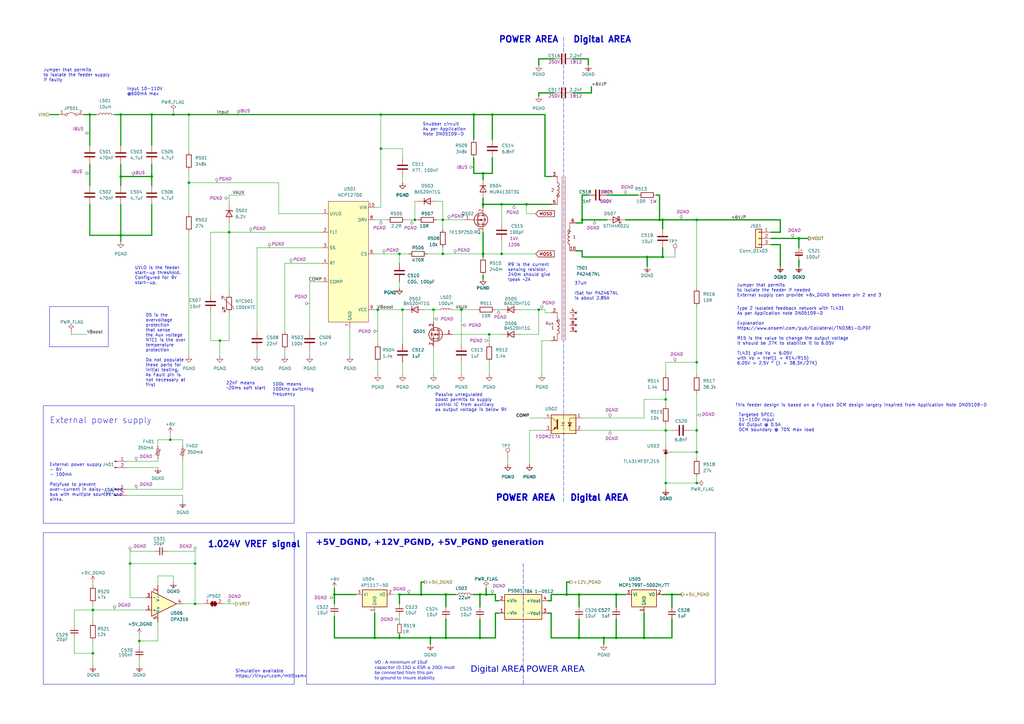
<source format=kicad_sch>
(kicad_sch (version 20231120) (generator "eeschema") (generator_version "8.0")
  (paper "A3")
  (title_block (title "OWNVERTER V0.1") (comment 1 "TWR"))
  (junction (at 285.75 198.12))
  (junction (at 237.49 261.62))
  (junction (at 80.01 247.65))
  (junction (at 285.75 148.59))
  (junction (at 273.05 198.12))
  (junction (at 36.83 46.99))
  (junction (at 38.1 250.19))
  (junction (at 189.23 127))
  (junction (at 80.01 231.14))
  (junction (at 238.76 90.17))
  (junction (at 62.23 46.99))
  (junction (at 177.8 127))
  (junction (at 194.31 46.99))
  (junction (at 38.1 267.97))
  (junction (at 196.85 261.62))
  (junction (at 77.47 46.99))
  (junction (at 53.34 231.14))
  (junction (at 198.12 104.14))
  (junction (at 220.98 127))
  (junction (at 172.72 243.84))
  (junction (at 271.78 105.41))
  (junction (at 270.51 90.17))
  (junction (at 156.21 60.96))
  (junction (at 198.12 71.12))
  (junction (at 77.47 74.93))
  (junction (at 201.93 46.99))
  (junction (at 90.17 139.7))
  (junction (at 252.73 261.62))
  (junction (at 200.66 137.16))
  (junction (at 181.61 90.17))
  (junction (at 93.98 95.25))
  (junction (at 49.53 46.99))
  (junction (at 154.94 127))
  (junction (at 264.16 261.62))
  (junction (at 49.53 96.52))
  (junction (at 327.66 97.79))
  (junction (at 285.75 90.17))
  (junction (at 49.53 72.39))
  (junction (at 137.16 243.84))
  (junction (at 273.05 163.83))
  (junction (at 215.9 83.82))
  (junction (at 69.85 180.34))
  (junction (at 247.65 261.62))
  (junction (at 182.88 261.62))
  (junction (at 285.75 176.53))
  (junction (at 265.43 105.41))
  (junction (at 71.12 46.99))
  (junction (at 237.49 243.84))
  (junction (at 232.41 243.84))
  (junction (at 57.15 262.89))
  (junction (at 205.74 83.82))
  (junction (at 182.88 243.84))
  (junction (at 165.1 127))
  (junction (at 170.18 90.17))
  (junction (at 156.21 46.99))
  (junction (at 153.67 261.62))
  (junction (at 275.59 243.84))
  (junction (at 196.85 243.84))
  (junction (at 163.83 104.14))
  (junction (at 163.83 243.84))
  (junction (at 181.61 104.14))
  (junction (at 285.75 185.42))
  (junction (at 199.39 243.84))
  (junction (at 176.53 261.62))
  (junction (at 163.83 261.62))
  (junction (at 198.12 83.82))
  (junction (at 205.74 104.14))
  (junction (at 252.73 243.84))
  (junction (at 62.23 72.39))
  (junction (at 271.78 90.17))
  (junction (at 273.05 176.53))
  (wire (pts (xy 38.1 262.89) (xy 38.1 267.97)))
  (wire (pts (xy 265.43 105.41) (xy 271.78 105.41)))
  (wire (pts (xy 49.53 67.31) (xy 49.53 72.39)) (stroke (width 0.45)))
  (wire (pts (xy 220.98 127) (xy 223.52 127)))
  (wire (pts (xy 114.3 87.63) (xy 114.3 74.93)))
  (wire (pts (xy 194.31 46.99) (xy 194.31 57.15)) (stroke (width 0.5)))
  (wire (pts (xy 59.69 245.11) (xy 53.34 245.11)))
  (wire (pts (xy 170.18 90.17) (xy 171.45 90.17)))
  (wire (pts (xy 74.93 187.96) (xy 74.93 200.66)))
  (wire (pts (xy 213.36 127) (xy 220.98 127)))
  (wire (pts (xy 194.31 46.99) (xy 201.93 46.99)) (stroke (width 0.5)))
  (wire (pts (xy 80.01 247.65) (xy 83.82 247.65)))
  (wire (pts (xy 163.83 252.73) (xy 163.83 255.27)))
  (wire (pts (xy 256.54 90.17) (xy 270.51 90.17)) (stroke (width 0.5)))
  (wire (pts (xy 273.05 173.99) (xy 273.05 176.53)))
  (wire (pts (xy 196.85 261.62) (xy 203.2 261.62)) (stroke (width 0.5)))
  (wire (pts (xy 36.83 46.99) (xy 39.37 46.99)) (stroke (width 0.45)))
  (wire (pts (xy 49.53 72.39) (xy 62.23 72.39)) (stroke (width 0.5)))
  (wire (pts (xy 181.61 93.98) (xy 181.61 90.17)))
  (wire (pts (xy 165.1 72.39) (xy 165.1 74.93)))
  (wire (pts (xy 93.98 80.01) (xy 93.98 83.82)))
  (wire (pts (xy 264.16 163.83) (xy 264.16 171.45)))
  (wire (pts (xy 189.23 127) (xy 189.23 140.97)))
  (wire (pts (xy 20.32 46.99) (xy 24.13 46.99)) (stroke (width 0.45)))
  (wire (pts (xy 46.99 46.99) (xy 49.53 46.99)) (stroke (width 0.45)))
  (wire (pts (xy 219.71 87.63) (xy 215.9 87.63)))
  (wire (pts (xy 156.21 46.99) (xy 194.31 46.99)) (stroke (width 0.5)))
  (wire (pts (xy 196.85 254) (xy 196.85 261.62)) (stroke (width 0.5)))
  (wire (pts (xy 247.65 261.62) (xy 247.65 264.16)) (stroke (width 0.5)))
  (wire (pts (xy 270.51 90.17) (xy 271.78 90.17)) (stroke (width 0.5)))
  (wire (pts (xy 252.73 248.92) (xy 252.73 243.84)) (stroke (width 0.5)))
  (wire (pts (xy 64.77 187.96) (xy 64.77 189.23)))
  (wire (pts (xy 74.93 247.65) (xy 80.01 247.65)))
  (wire (pts (xy 241.3 24.13) (xy 241.3 26.67)) (stroke (width 0.5)))
  (wire (pts (xy 153.67 251.46) (xy 153.67 261.62)) (stroke (width 0.5)))
  (wire (pts (xy 57.15 270.51) (xy 57.15 273.05)))
  (wire (pts (xy 271.78 243.84) (xy 275.59 243.84)) (stroke (width 0.5)))
  (wire (pts (xy 165.1 148.59) (xy 165.1 153.67)))
  (wire (pts (xy 198.12 71.12) (xy 194.31 71.12)) (stroke (width 0.5)))
  (wire (pts (xy 227.33 38.1) (xy 220.98 38.1)) (stroke (width 0.5)))
  (wire (pts (xy 69.85 177.8) (xy 69.85 180.34)))
  (wire (pts (xy 238.76 90.17) (xy 248.92 90.17)) (stroke (width 0.5)))
  (wire (pts (xy 200.66 148.59) (xy 200.66 153.67)))
  (wire (pts (xy 71.12 46.99) (xy 71.12 45.72)))
  (wire (pts (xy 215.9 87.63) (xy 215.9 83.82)))
  (wire (pts (xy 62.23 46.99) (xy 71.12 46.99)) (stroke (width 0.45)))
  (wire (pts (xy 163.83 261.62) (xy 176.53 261.62)) (stroke (width 0.5)))
  (wire (pts (xy 327.66 97.79) (xy 316.23 97.79)) (stroke (width 0.5)))
  (wire (pts (xy 143.51 134.62) (xy 143.51 146.05)))
  (wire (pts (xy 331.47 97.79) (xy 327.66 97.79)) (stroke (width 0.5)))
  (wire (pts (xy 217.17 176.53) (xy 223.52 176.53)))
  (wire (pts (xy 77.47 74.93) (xy 114.3 74.93)))
  (wire (pts (xy 194.31 243.84) (xy 196.85 243.84)) (stroke (width 0.5)))
  (wire (pts (xy 71.12 46.99) (xy 77.47 46.99)) (stroke (width 0.45)))
  (wire (pts (xy 271.78 90.17) (xy 285.75 90.17)) (stroke (width 0.5)))
  (wire (pts (xy 177.8 142.24) (xy 177.8 153.67)))
  (wire (pts (xy 153.67 85.09) (xy 156.21 85.09)))
  (wire (pts (xy 238.76 80.01) (xy 238.76 90.17)) (stroke (width 0.5)))
  (wire (pts (xy 226.06 72.39) (xy 223.52 72.39)) (stroke (width 0.45)))
  (wire (pts (xy 285.75 148.59) (xy 285.75 153.67)))
  (wire (pts (xy 38.1 250.19) (xy 59.69 250.19)))
  (wire (pts (xy 49.53 46.99) (xy 49.53 59.69)) (stroke (width 0.45)))
  (wire (pts (xy 203.2 261.62) (xy 203.2 251.46)) (stroke (width 0.5)))
  (wire (pts (xy 77.47 46.99) (xy 77.47 62.23)))
  (wire (pts (xy 80.01 231.14) (xy 80.01 247.65)))
  (wire (pts (xy 232.41 243.84) (xy 237.49 243.84)) (stroke (width 0.5)))
  (wire (pts (xy 182.88 248.92) (xy 182.88 243.84)) (stroke (width 0.5)))
  (wire (pts (xy 90.17 139.7) (xy 90.17 146.05)))
  (wire (pts (xy 156.21 85.09) (xy 156.21 60.96)))
  (wire (pts (xy 189.23 127) (xy 195.58 127)))
  (wire (pts (xy 275.59 254) (xy 275.59 261.62)) (stroke (width 0.5)))
  (wire (pts (xy 226.06 251.46) (xy 226.06 261.62)) (stroke (width 0.5)))
  (wire (pts (xy 273.05 153.67) (xy 273.05 148.59)))
  (wire (pts (xy 163.83 115.57) (xy 163.83 118.11)))
  (wire (pts (xy 38.1 250.19) (xy 38.1 255.27)))
  (wire (pts (xy 252.73 261.62) (xy 264.16 261.62)) (stroke (width 0.5)))
  (wire (pts (xy 226.06 246.38) (xy 226.06 243.84)) (stroke (width 0.5)))
  (wire (pts (xy 271.78 105.41) (xy 276.86 105.41)))
  (wire (pts (xy 38.1 247.65) (xy 38.1 250.19)))
  (wire (pts (xy 53.34 231.14) (xy 80.01 231.14)))
  (wire (pts (xy 153.67 127) (xy 154.94 127)))
  (wire (pts (xy 34.29 46.99) (xy 36.83 46.99)) (stroke (width 0.45)))
  (wire (pts (xy 285.75 161.29) (xy 285.75 176.53)))
  (wire (pts (xy 224.79 246.38) (xy 226.06 246.38)) (stroke (width 0.5)))
  (wire (pts (xy 275.59 248.92) (xy 275.59 243.84)) (stroke (width 0.5)))
  (wire (pts (xy 153.67 261.62) (xy 163.83 261.62)) (stroke (width 0.5)))
  (wire (pts (xy 205.74 83.82) (xy 205.74 91.44)))
  (wire (pts (xy 273.05 161.29) (xy 273.05 163.83)))
  (wire (pts (xy 264.16 163.83) (xy 273.05 163.83)))
  (wire (pts (xy 38.1 267.97) (xy 30.48 267.97)))
  (wire (pts (xy 156.21 60.96) (xy 165.1 60.96)))
  (wire (pts (xy 137.16 261.62) (xy 153.67 261.62)) (stroke (width 0.5)))
  (wire (pts (xy 52.07 191.77) (xy 64.77 191.77)))
  (wire (pts (xy 271.78 90.17) (xy 271.78 93.98)) (stroke (width 0.5)))
  (wire (pts (xy 205.74 83.82) (xy 215.9 83.82)) (stroke (width 0.5)))
  (wire (pts (xy 177.8 127) (xy 177.8 132.08)))
  (wire (pts (xy 93.98 95.25) (xy 93.98 120.65)))
  (wire (pts (xy 173.99 127) (xy 177.8 127)))
  (wire (pts (xy 320.04 100.33) (xy 320.04 109.22)) (stroke (width 0.5)))
  (polyline (pts (xy 214.63 280.67) (xy 214.63 231.14)) (stroke (width 0) (type dash)))
  (wire (pts (xy 285.75 195.58) (xy 285.75 198.12)))
  (wire (pts (xy 172.72 238.76) (xy 172.72 243.84)) (stroke (width 0.5)))
  (wire (pts (xy 276.86 104.14) (xy 276.86 105.41)))
  (wire (pts (xy 271.78 105.41) (xy 265.43 105.41)) (stroke (width 0.5)))
  (wire (pts (xy 252.73 243.84) (xy 256.54 243.84)) (stroke (width 0.5)))
  (wire (pts (xy 273.05 163.83) (xy 273.05 166.37)))
  (wire (pts (xy 205.74 104.14) (xy 219.71 104.14)))
  (wire (pts (xy 264.16 251.46) (xy 264.16 261.62)) (stroke (width 0.5)))
  (wire (pts (xy 327.66 106.68) (xy 327.66 109.22)) (stroke (width 0.5)))
  (wire (pts (xy 163.83 104.14) (xy 167.64 104.14)))
  (wire (pts (xy 208.28 187.96) (xy 208.28 190.5)))
  (wire (pts (xy 49.53 72.39) (xy 49.53 76.2)) (stroke (width 0.45)))
  (wire (pts (xy 215.9 83.82) (xy 226.06 83.82)) (stroke (width 0.5)))
  (wire (pts (xy 189.23 148.59) (xy 189.23 153.67)))
  (wire (pts (xy 176.53 264.16) (xy 176.53 261.62)) (stroke (width 0.5)))
  (wire (pts (xy 283.21 176.53) (xy 285.75 176.53)))
  (wire (pts (xy 49.53 46.99) (xy 62.23 46.99)) (stroke (width 0.45)))
  (wire (pts (xy 163.83 243.84) (xy 163.83 247.65)) (stroke (width 0.5)))
  (wire (pts (xy 63.5 226.06) (xy 53.34 226.06)))
  (wire (pts (xy 165.1 127) (xy 166.37 127)))
  (wire (pts (xy 153.67 90.17) (xy 158.75 90.17)))
  (wire (pts (xy 320.04 95.25) (xy 316.23 95.25)) (stroke (width 0.5)))
  (wire (pts (xy 316.23 100.33) (xy 320.04 100.33)) (stroke (width 0.5)))
  (wire (pts (xy 182.88 261.62) (xy 196.85 261.62)) (stroke (width 0.5)))
  (wire (pts (xy 226.06 261.62) (xy 237.49 261.62)) (stroke (width 0.5)))
  (wire (pts (xy 62.23 46.99) (xy 62.23 59.69)) (stroke (width 0.45)))
  (wire (pts (xy 273.05 187.96) (xy 273.05 198.12)))
  (wire (pts (xy 275.59 261.62) (xy 264.16 261.62)) (stroke (width 0.5)))
  (wire (pts (xy 247.65 261.62) (xy 252.73 261.62)) (stroke (width 0.5)))
  (wire (pts (xy 52.07 200.66) (xy 74.93 200.66)))
  (wire (pts (xy 242.57 38.1) (xy 234.95 38.1)) (stroke (width 0.5)))
  (wire (pts (xy 90.17 139.7) (xy 93.98 139.7)))
  (wire (pts (xy 198.12 104.14) (xy 205.74 104.14)))
  (wire (pts (xy 64.77 236.22) (xy 64.77 240.03)))
  (wire (pts (xy 77.47 46.99) (xy 156.21 46.99)) (stroke (width 0.45)))
  (wire (pts (xy 116.84 143.51) (xy 116.84 146.05)))
  (wire (pts (xy 173.99 238.76) (xy 172.72 238.76)) (stroke (width 0.5)))
  (wire (pts (xy 201.93 64.77) (xy 201.93 71.12)) (stroke (width 0.5)))
  (wire (pts (xy 220.98 38.1) (xy 220.98 39.37)) (stroke (width 0.5)))
  (wire (pts (xy 137.16 243.84) (xy 146.05 243.84)) (stroke (width 0.5)))
  (wire (pts (xy 36.83 96.52) (xy 49.53 96.52)) (stroke (width 0.45)))
  (wire (pts (xy 105.41 101.6) (xy 105.41 135.89)))
  (wire (pts (xy 127 115.57) (xy 132.08 115.57)))
  (wire (pts (xy 36.83 83.82) (xy 36.83 96.52)) (stroke (width 0.45)))
  (wire (pts (xy 273.05 176.53) (xy 275.59 176.53)))
  (wire (pts (xy 238.76 171.45) (xy 264.16 171.45)))
  (wire (pts (xy 238.76 80.01) (xy 241.3 80.01)) (stroke (width 0.5)))
  (wire (pts (xy 170.18 82.55) (xy 170.18 90.17)))
  (wire (pts (xy 69.85 180.34) (xy 74.93 180.34)))
  (wire (pts (xy 30.48 250.19) (xy 30.48 256.54)))
  (wire (pts (xy 77.47 95.25) (xy 77.47 146.05)))
  (wire (pts (xy 285.75 185.42) (xy 285.75 187.96)))
  (wire (pts (xy 38.1 250.19) (xy 30.48 250.19)))
  (wire (pts (xy 116.84 107.95) (xy 116.84 135.89)))
  (wire (pts (xy 201.93 46.99) (xy 201.93 57.15)) (stroke (width 0.5)))
  (wire (pts (xy 200.66 137.16) (xy 200.66 140.97)))
  (wire (pts (xy 181.61 104.14) (xy 198.12 104.14)))
  (wire (pts (xy 161.29 243.84) (xy 163.83 243.84)))
  (wire (pts (xy 171.45 82.55) (xy 170.18 82.55)))
  (wire (pts (xy 86.36 128.27) (xy 86.36 139.7)))
  (wire (pts (xy 91.44 247.65) (xy 96.52 247.65)))
  (wire (pts (xy 29.21 137.16) (xy 29.21 135.89)))
  (wire (pts (xy 226.06 128.27) (xy 223.52 128.27)))
  (wire (pts (xy 205.74 99.06) (xy 205.74 104.14)))
  (wire (pts (xy 198.12 83.82) (xy 198.12 85.09)) (stroke (width 0.5)))
  (wire (pts (xy 181.61 90.17) (xy 190.5 90.17)))
  (wire (pts (xy 71.12 236.22) (xy 71.12 238.76)))
  (wire (pts (xy 320.04 90.17) (xy 320.04 95.25)) (stroke (width 0.5)))
  (wire (pts (xy 64.77 262.89) (xy 64.77 255.27)))
  (wire (pts (xy 271.78 101.6) (xy 271.78 105.41)) (stroke (width 0.5)))
  (wire (pts (xy 93.98 128.27) (xy 93.98 139.7)))
  (wire (pts (xy 199.39 243.84) (xy 203.2 243.84)) (stroke (width 0.5)))
  (wire (pts (xy 163.83 260.35) (xy 163.83 261.62)) (stroke (width 0.5)))
  (wire (pts (xy 154.94 148.59) (xy 154.94 153.67)))
  (wire (pts (xy 203.2 127) (xy 205.74 127)))
  (wire (pts (xy 127 143.51) (xy 127 146.05)))
  (wire (pts (xy 127 115.57) (xy 127 135.89)))
  (wire (pts (xy 132.08 107.95) (xy 116.84 107.95)))
  (wire (pts (xy 156.21 46.99) (xy 156.21 60.96)))
  (wire (pts (xy 201.93 71.12) (xy 198.12 71.12)) (stroke (width 0.5)))
  (wire (pts (xy 222.25 153.67) (xy 222.25 139.7)))
  (wire (pts (xy 285.75 125.73) (xy 285.75 148.59)))
  (wire (pts (xy 64.77 180.34) (xy 64.77 182.88)))
  (wire (pts (xy 222.25 139.7) (xy 226.06 139.7)))
  (wire (pts (xy 238.76 176.53) (xy 273.05 176.53)))
  (wire (pts (xy 238.76 90.17) (xy 238.76 91.44)) (stroke (width 0.5)))
  (wire (pts (xy 163.83 104.14) (xy 163.83 107.95)))
  (wire (pts (xy 238.76 102.87) (xy 238.76 105.41)) (stroke (width 0.5)))
  (wire (pts (xy 57.15 260.35) (xy 57.15 262.89)))
  (wire (pts (xy 137.16 243.84) (xy 137.16 247.65)) (stroke (width 0.5)))
  (wire (pts (xy 132.08 87.63) (xy 114.3 87.63)))
  (wire (pts (xy 196.85 248.92) (xy 196.85 243.84)) (stroke (width 0.5)))
  (wire (pts (xy 242.57 35.56) (xy 242.57 38.1)) (stroke (width 0.5)))
  (wire (pts (xy 196.85 243.84) (xy 199.39 243.84)) (stroke (width 0.5)))
  (wire (pts (xy 185.42 127) (xy 189.23 127)))
  (wire (pts (xy 35.56 137.16) (xy 29.21 137.16)))
  (wire (pts (xy 30.48 267.97) (xy 30.48 261.62)))
  (wire (pts (xy 62.23 83.82) (xy 62.23 96.52)) (stroke (width 0.45)))
  (wire (pts (xy 38.1 267.97) (xy 38.1 273.05)))
  (wire (pts (xy 175.26 104.14) (xy 181.61 104.14)))
  (wire (pts (xy 57.15 262.89) (xy 64.77 262.89)))
  (wire (pts (xy 52.07 189.23) (xy 64.77 189.23)))
  (wire (pts (xy 265.43 105.41) (xy 265.43 109.22)) (stroke (width 0.5)))
  (wire (pts (xy 232.41 243.84) (xy 232.41 238.76)) (stroke (width 0.5)))
  (wire (pts (xy 49.53 96.52) (xy 49.53 99.06)) (stroke (width 0.45)))
  (wire (pts (xy 217.17 176.53) (xy 217.17 190.5)))
  (wire (pts (xy 273.05 198.12) (xy 273.05 200.66)))
  (wire (pts (xy 36.83 46.99) (xy 36.83 59.69)) (stroke (width 0.45)))
  (wire (pts (xy 269.24 80.01) (xy 270.51 80.01)) (stroke (width 0.5)))
  (wire (pts (xy 275.59 185.42) (xy 285.75 185.42)))
  (wire (pts (xy 38.1 238.76) (xy 38.1 240.03)))
  (wire (pts (xy 179.07 90.17) (xy 181.61 90.17)))
  (wire (pts (xy 227.33 24.13) (xy 220.98 24.13)) (stroke (width 0.5)))
  (wire (pts (xy 49.53 83.82) (xy 49.53 96.52)) (stroke (width 0.45)))
  (wire (pts (xy 327.66 97.79) (xy 327.66 101.6)) (stroke (width 0.5)))
  (wire (pts (xy 237.49 243.84) (xy 252.73 243.84)) (stroke (width 0.5)))
  (wire (pts (xy 74.93 180.34) (xy 74.93 182.88)))
  (wire (pts (xy 237.49 248.92) (xy 237.49 243.84)) (stroke (width 0.5)))
  (polyline (pts (xy 231.14 15.24) (xy 231.14 205.74)) (stroke (width 0.15) (type dash)))
  (wire (pts (xy 285.75 90.17) (xy 320.04 90.17)) (stroke (width 0.5)))
  (wire (pts (xy 181.61 104.14) (xy 181.61 101.6)))
  (wire (pts (xy 213.36 137.16) (xy 220.98 137.16)))
  (wire (pts (xy 181.61 82.55) (xy 181.61 90.17)))
  (wire (pts (xy 132.08 95.25) (xy 93.98 95.25)))
  (wire (pts (xy 236.22 102.87) (xy 238.76 102.87)) (stroke (width 0.5)))
  (wire (pts (xy 36.83 67.31) (xy 36.83 76.2)) (stroke (width 0.45)))
  (wire (pts (xy 165.1 60.96) (xy 165.1 64.77)))
  (wire (pts (xy 179.07 82.55) (xy 181.61 82.55)))
  (wire (pts (xy 238.76 105.41) (xy 265.43 105.41)) (stroke (width 0.5)))
  (wire (pts (xy 252.73 254) (xy 252.73 261.62)) (stroke (width 0.5)))
  (wire (pts (xy 275.59 243.84) (xy 279.4 243.84)) (stroke (width 0.5)))
  (wire (pts (xy 198.12 104.14) (xy 198.12 105.41)) (stroke (width 0.5)))
  (wire (pts (xy 86.36 95.25) (xy 86.36 120.65)))
  (wire (pts (xy 285.75 176.53) (xy 285.75 185.42)))
  (wire (pts (xy 154.94 127) (xy 165.1 127)))
  (wire (pts (xy 203.2 251.46) (xy 204.47 251.46)) (stroke (width 0.5)))
  (wire (pts (xy 198.12 113.03) (xy 198.12 114.3)) (stroke (width 0.5)))
  (wire (pts (xy 203.2 243.84) (xy 203.2 246.38)) (stroke (width 0.5)))
  (wire (pts (xy 176.53 261.62) (xy 182.88 261.62)) (stroke (width 0.5)))
  (wire (pts (xy 62.23 67.31) (xy 62.23 72.39)) (stroke (width 0.45)))
  (wire (pts (xy 86.36 139.7) (xy 90.17 139.7)))
  (wire (pts (xy 71.12 236.22) (xy 64.77 236.22)))
  (wire (pts (xy 226.06 251.46) (xy 224.79 251.46)) (stroke (width 0.5)))
  (wire (pts (xy 185.42 137.16) (xy 200.66 137.16)))
  (wire (pts (xy 163.83 243.84) (xy 172.72 243.84)) (stroke (width 0.5)))
  (wire (pts (xy 53.34 231.14) (xy 53.34 245.11)))
  (wire (pts (xy 201.93 46.99) (xy 223.52 46.99)) (stroke (width 0.5)))
  (wire (pts (xy 93.98 91.44) (xy 93.98 95.25)))
  (wire (pts (xy 53.34 226.06) (xy 53.34 231.14)))
  (wire (pts (xy 236.22 91.44) (xy 238.76 91.44)) (stroke (width 0.5)))
  (wire (pts (xy 223.52 128.27) (xy 223.52 127)))
  (wire (pts (xy 165.1 127) (xy 165.1 140.97)))
  (wire (pts (xy 62.23 72.39) (xy 62.23 76.2)) (stroke (width 0.45)))
  (wire (pts (xy 137.16 252.73) (xy 137.16 261.62)) (stroke (width 0.5)))
  (wire (pts (xy 100.33 80.01) (xy 93.98 80.01)))
  (wire (pts (xy 77.47 74.93) (xy 77.47 87.63)))
  (wire (pts (xy 64.77 180.34) (xy 69.85 180.34)))
  (wire (pts (xy 49.53 96.52) (xy 62.23 96.52)) (stroke (width 0.45)))
  (wire (pts (xy 198.12 73.66) (xy 198.12 71.12)) (stroke (width 0.5)))
  (wire (pts (xy 203.2 246.38) (xy 204.47 246.38)) (stroke (width 0.5)))
  (wire (pts (xy 198.12 83.82) (xy 205.74 83.82)) (stroke (width 0.5)))
  (wire (pts (xy 248.92 80.01) (xy 261.62 80.01)) (stroke (width 0.5)))
  (wire (pts (xy 217.17 171.45) (xy 223.52 171.45)))
  (wire (pts (xy 57.15 265.43) (xy 57.15 262.89)))
  (wire (pts (xy 220.98 24.13) (xy 220.98 26.67)) (stroke (width 0.5)))
  (wire (pts (xy 137.16 241.3) (xy 137.16 243.84)) (stroke (width 0.5)))
  (wire (pts (xy 194.31 64.77) (xy 194.31 71.12)) (stroke (width 0.5)))
  (wire (pts (xy 223.52 72.39) (xy 223.52 46.99)) (stroke (width 0.5)))
  (wire (pts (xy 153.67 104.14) (xy 163.83 104.14)))
  (wire (pts (xy 68.58 226.06) (xy 80.01 226.06)))
  (wire (pts (xy 285.75 90.17) (xy 285.75 118.11)))
  (wire (pts (xy 182.88 243.84) (xy 186.69 243.84)) (stroke (width 0.5)))
  (wire (pts (xy 234.95 24.13) (xy 241.3 24.13)) (stroke (width 0.5)))
  (wire (pts (xy 80.01 226.06) (xy 80.01 231.14)))
  (wire (pts (xy 172.72 243.84) (xy 182.88 243.84)) (stroke (width 0.5)))
  (wire (pts (xy 237.49 254) (xy 237.49 261.62)) (stroke (width 0.5)))
  (wire (pts (xy 200.66 137.16) (xy 205.74 137.16)))
  (wire (pts (xy 154.94 127) (xy 154.94 140.97)))
  (wire (pts (xy 198.12 81.28) (xy 198.12 83.82)) (stroke (width 0.5)))
  (wire (pts (xy 198.12 95.25) (xy 198.12 104.14)) (stroke (width 0.5)))
  (wire (pts (xy 273.05 198.12) (xy 285.75 198.12)))
  (wire (pts (xy 220.98 127) (xy 220.98 137.16)))
  (wire (pts (xy 273.05 176.53) (xy 273.05 182.88)))
  (wire (pts (xy 177.8 127) (xy 180.34 127)))
  (wire (pts (xy 273.05 148.59) (xy 285.75 148.59)))
  (wire (pts (xy 226.06 243.84) (xy 232.41 243.84)) (stroke (width 0.5)))
  (wire (pts (xy 86.36 95.25) (xy 93.98 95.25)))
  (wire (pts (xy 237.49 261.62) (xy 247.65 261.62)) (stroke (width 0.5)))
  (wire (pts (xy 270.51 80.01) (xy 270.51 90.17)) (stroke (width 0.5)))
  (wire (pts (xy 52.07 203.2) (xy 74.93 203.2)))
  (wire (pts (xy 132.08 101.6) (xy 105.41 101.6)))
  (wire (pts (xy 199.39 241.3) (xy 199.39 243.84)) (stroke (width 0.5)))
  (wire (pts (xy 166.37 90.17) (xy 170.18 90.17)))
  (wire (pts (xy 77.47 69.85) (xy 77.47 74.93)))
  (wire (pts (xy 182.88 254) (xy 182.88 261.62)) (stroke (width 0.5)))
  (wire (pts (xy 74.93 203.2) (xy 74.93 205.74)))
  (wire (pts (xy 105.41 143.51) (xy 105.41 146.05)))
  (wire (pts (xy 232.41 238.76) (xy 233.68 238.76)) (stroke (width 0.5)))
  (rectangle (start 20.32 125.73) (end 44.45 142.24))
  (rectangle (start 125.73 218.44) (end 293.37 280.67))
  (rectangle (start 17.78 218.44) (end 120.65 280.67))
  (rectangle (start 17.78 166.37) (end 120.65 214.63))
  (text "Snubber circuit \nAs per Application \nNote DN05109-D" (at 173.355 55.88 0) (effects (font (size 1.27 1.27)) (justify left bottom)))
  (text "Input 10-110V\n@600mA max" (at 52.07 39.37 0) (effects (font (size 1.27 1.27)) (justify left bottom)))
  (text "R9 is the current \nsensing resistor.\n240m should give\nIpeak ~2A" (at 208.28 115.57 0) (effects (font (size 1.27 1.27)) (justify left bottom)))
  (text "POWER AREA\n" (at 215.9 276.86 0) (effects (font (size 2.54 2.54)) (justify left bottom)))
  (text "Digital AREA\n" (at 234.95 17.78 0) (effects (font (size 2.54 2.54) (thickness 0.508) (bold yes)) (justify left bottom)))
  (text "Jumper that permits \nto isolate the feeder if needed\nExternal supply can provide +6v_DGND between pin 2 and 3\n" (at 302.26 121.92 0) (effects (font (size 1.27 1.27)) (justify left bottom)))
  (text "Targeted SPEC: \n11-110V Input \n6V Output @ 0.5A \nDCM boundary @ 70% max load\n" (at 302.895 177.165 0) (effects (font (size 1.27 1.27)) (justify left bottom)))
  (text "POWER AREA\n" (at 204.47 17.78 0) (effects (font (size 2.54 2.54) (thickness 0.508) (bold yes)) (justify left bottom)))
  (text "UVLO is the feeder\nstart-up threshold. \nConfigured for 9V\nstart-up." (at 55.245 116.84 0) (effects (font (size 1.27 1.27)) (justify left bottom)))
  (text "VO : A minimum of 10uF\ncapacitor (0.15Ω ≤ ESR ≤ 20Ω) must\nbe connected from this pin\nto ground to insure stability" (at 153.67 279.4 0) (effects (font (size 1.27 1.27)) (justify left bottom)))
  (text "D5 is the \novervoltage \nprotection \nthat sense \nthe Aux voltage\nNTC1 is the over\ntemperature \nprotection \n\nDo not populate\nthese parts for\ninitial testing.\nAs Fault pin is\nnot necessary at\nfirst" (at 59.69 158.75 0) (effects (font (size 1.27 1.27)) (justify left bottom)))
  (text "External power supply\n- 6V\n- 100mA\n\nPolyfuse to prevent \nover-current in daisy-chained \nbus with multiple sources and \nsinks." (at 20.32 205.74 0) (effects (font (size 1.27 1.27)) (justify left bottom)))
  (text "Digital AREA\n" (at 233.68 205.74 0) (effects (font (size 2.54 2.54) (thickness 0.508) (bold yes)) (justify left bottom)))
  (text "Digital AREA\n" (at 233.68 205.74 0) (effects (font (size 2.54 2.54) (thickness 0.508) (bold yes)) (justify left bottom)))
  (text "Passive unregulated\nboost permits to supply\ncontrol IC from auxillary\nas output voltage is below 9V\n" (at 178.435 168.91 0) (effects (font (size 1.27 1.27)) (justify left bottom)))
  (text "Jumper that permits \nto isolate the feeder supply\nif faulty\n" (at 17.78 33.655 0) (effects (font (size 1.27 1.27)) (justify left bottom)))
  (text "This feeder design is based on a Flyback DCM design largely inspired from Application Note DN05109-D" (at 301.625 167.005 0) (effects (font (size 1.27 1.27)) (justify left bottom)))
  (text "100k means \n100kHz switching\nfrequency" (at 111.76 162.56 0) (effects (font (size 1.27 1.27)) (justify left bottom)))
  (text "Digital AREA\n" (at 193.04 276.86 0) (effects (font (size 2.54 2.54)) (justify left bottom)))
  (text "37uH\n\nISat for PA2467NL\nis about 2.85A" (at 235.585 123.19 0) (effects (font (size 1.27 1.27)) (justify left bottom)))
  (text "External power supply" (at 20.32 173.99 0) (effects (font (size 2.4892 2.4892)) (justify left bottom)))
  (text "POWER AREA\n" (at 203.2 205.74 0) (effects (font (size 2.54 2.54) (thickness 0.508) (bold yes)) (justify left bottom)))
  (text "POWER AREA\n" (at 203.2 205.74 0) (effects (font (size 2.54 2.54) (thickness 0.508) (bold yes)) (justify left bottom)))
  (text "1.024V VREF signal" (at 85.09 224.79 0) (effects (font (size 2.54 2.54) (thickness 0.508) (bold yes)) (justify left bottom)))
  (text "22nF means \n~20ms soft start" (at 92.71 160.02 0) (effects (font (size 1.27 1.27)) (justify left bottom)))
  (text "Simulation available\nhttps://tinyurl.com/mtt5xsmv" (at 96.52 278.13 0) (effects (font (size 1.27 1.27)) (justify left bottom)))
  (text "+5V_DGND, +12V_PGND, +5V_PGND generation" (at 129.54 224.79 0) (effects (font (size 2.4892 2.4892) (thickness 0.4978) (bold yes)) (justify left bottom)))
  (text "Type 2 Isolated feedback network with TL431\nAs per Application note DN05109-D\n\nExplanation\nhttps://www.onsemi.com/pub/Collateral/TND381-D.PDF\n\nR15 is the value to change the output voltage\nIt should be 27K to stabilize it to 6.05V\n\nTL431 give Vo = 6.05V\nwith Vo = Vref(1 + R14/R15)\n6.05V = 2,5V * (1 + 38,3K/27K)" (at 302.26 149.86 0) (effects (font (size 1.27 1.27)) (justify left bottom)))
  (label "VBoost" (at 161.29 127 180))
  (label "COMP" (at 217.17 171.45 180))
  (label "COMP" (at 132.08 115.57 180))
  (label "VBoost" (at 35.56 137.16 0))
  (label "VAUX" (at 100.33 80.01 180))
  (label "VAUX" (at 191.77 127 180))
  (label "input" (at 88.9 46.99 0))
  (label "+6VJP" (at 242.57 35.56 0))
  (label "+6VJP" (at 306.07 90.17 180))
  (label "COMP" (at 217.17 171.45 180))
  (global_label "MOSS" (shape input) (at 219.71 104.14 0) (property "Intersheetrefs" "${INTERSHEET_REFS}" (effects (hide yes))) (property "Références Inter-Feuilles" "${INTERSHEET_REFS}" (effects (hide yes))))
  (global_label "MOSS" (shape input) (at 219.71 104.14 0) (property "Intersheetrefs" "${INTERSHEET_REFS}" (effects (hide yes))) (property "Références Inter-Feuilles" "${INTERSHEET_REFS}" (effects (hide yes))))
  (global_label "MOSD" (shape input) (at 219.71 87.63 0) (property "Intersheetrefs" "${INTERSHEET_REFS}" (effects (hide yes))) (property "Références Inter-Feuilles" "${INTERSHEET_REFS}" (effects (hide yes))))
  (global_label "MOSD" (shape input) (at 219.71 87.63 0) (property "Intersheetrefs" "${INTERSHEET_REFS}" (effects (hide yes))) (property "Références Inter-Feuilles" "${INTERSHEET_REFS}" (effects (hide yes))))
  (hierarchical_label "VIN" (shape input) (at 20.32 46.99 180))
  (hierarchical_label "VOUT" (shape output) (at 331.47 97.79 0))
  (hierarchical_label "VOUT" (shape output) (at 331.47 97.79 0))
  (hierarchical_label "+12V_PGND" (shape output) (at 233.68 238.76 0))
  (hierarchical_label "+5V_DGND" (shape output) (at 173.99 238.76 0))
  (hierarchical_label "+5V_PGND" (shape output) (at 279.4 243.84 0))
  (hierarchical_label "VREF" (shape output) (at 96.52 247.65 0))
  (netclass_flag "" (length 1.27) (shape round) (at 36.83 54.61 90) (property "Netclass" "IBUS" (at 34.29 52.832 0) (effects (font (italic yes)) (justify right))))
  (netclass_flag "" (length 1.27) (shape round) (at 137.16 245.11 90) (property "Netclass" "DGND" (at 134.112 245.11 0) (effects (font (italic yes)) (justify right))))
  (netclass_flag "" (length 1.27) (shape round) (at 80.01 226.06 0) (property "Netclass" "DGND" (at 78.74 224.028 0) (effects (font (italic yes)) (justify right))))
  (netclass_flag "" (length 1.27) (shape round) (at 93.98 81.28 90) (property "Netclass" "PGND" (at 91.186 81.28 0) (effects (font (italic yes)) (justify right))))
  (netclass_flag "" (length 1.27) (shape round) (at 127 124.46 90) (property "Netclass" "PGND" (at 125.984 121.666 0) (effects (font (italic yes)) (justify right))))
  (netclass_flag "" (length 1.27) (shape round) (at 250.19 176.53 180) (property "Netclass" "DGND" (at 248.158 179.832 0) (effects (font (italic yes)) (justify left))))
  (netclass_flag "" (length 1.27) (shape round) (at 55.88 189.23 0) (property "Netclass" "DGND" (at 57.15 187.198 0) (effects (font (italic yes)) (justify left))))
  (netclass_flag "" (length 1.27) (shape round) (at 200.66 139.7 90) (property "Netclass" "PGND" (at 197.866 139.7 0) (effects (font (italic yes)) (justify right))))
  (netclass_flag "" (length 1.27) (shape round) (at 325.12 97.79 0) (property "Netclass" "DGND" (at 323.088 94.488 0) (effects (font (italic yes)) (justify left))))
  (netclass_flag "" (length 1.27) (shape round) (at 93.98 247.65 0) (property "Netclass" "DGND" (at 98.806 244.602 0) (effects (font (italic yes)) (justify right))))
  (netclass_flag "" (length 1.27) (shape round) (at 36.83 71.12 90) (property "Netclass" "IBUS" (at 33.782 70.358 0) (effects (font (italic yes)) (justify right))))
  (netclass_flag "" (length 1.27) (shape round) (at 184.15 90.17 0) (property "Netclass" "PGND" (at 190.246 88.646 0) (effects (font (italic yes)) (justify right))))
  (netclass_flag "" (length 1.27) (shape round) (at 110.49 101.6 0) (property "Netclass" "PGND" (at 116.586 100.076 0) (effects (font (italic yes)) (justify right))))
  (netclass_flag "" (length 1.27) (shape round) (at 55.88 200.66 0) (property "Netclass" "DGND" (at 57.15 198.628 0) (effects (font (italic yes)) (justify left))))
  (netclass_flag "" (length 1.27) (shape round) (at 167.64 243.84 0) (property "Netclass" "DGND" (at 166.37 241.554 0) (effects (font (italic yes)) (justify right))))
  (netclass_flag "" (length 1.27) (shape round) (at 156.21 90.17 180) (property "Netclass" "PGND" (at 158.242 93.472 0) (effects (font (italic yes)) (justify right))))
  (netclass_flag "" (length 1.27) (shape round) (at 54.61 72.39 0) (property "Netclass" "IBUS" (at 59.436 70.866 0) (effects (font (italic yes)) (justify right))))
  (netclass_flag "" (length 1.27) (shape round) (at 177.8 130.81 270) (property "Netclass" "PGND" (at 180.594 130.81 0) (effects (font (italic yes)) (justify left))))
  (netclass_flag "" (length 1.27) (shape round) (at 97.79 46.99 0) (property "Netclass" "IBUS" (at 102.616 45.466 0) (effects (font (italic yes)) (justify right))))
  (netclass_flag "" (length 1.27) (shape round) (at 53.34 226.06 0) (property "Netclass" "DGND" (at 54.61 224.028 0) (effects (font (italic yes)) (justify left))))
  (netclass_flag "" (length 1.27) (shape round) (at 276.86 148.59 0) (property "Netclass" "DGND" (at 274.828 145.288 0) (effects (font (italic yes)) (justify left))))
  (netclass_flag "" (length 1.27) (shape round) (at 194.31 68.58 90) (property "Netclass" "IBUS" (at 191.77 68.58 0) (effects (font (italic yes)) (justify right))))
  (netclass_flag "" (length 1.27) (shape round) (at 46.99 250.19 0) (property "Netclass" "DGND" (at 48.26 248.158 0) (effects (font (italic yes)) (justify left))))
  (netclass_flag "" (length 1.27) (shape round) (at 168.91 90.17 180) (property "Netclass" "PGND" (at 170.942 93.472 0) (effects (font (italic yes)) (justify right))))
  (netclass_flag "" (length 1.27) (shape round) (at 163.83 254 90) (property "Netclass" "DGND" (at 155.956 254 0) (effects (font (italic yes)) (justify left))))
  (netclass_flag "" (length 1.27) (shape round) (at 102.87 95.25 0) (property "Netclass" "PGND" (at 108.966 93.726 0) (effects (font (italic yes)) (justify right))))
  (netclass_flag "" (length 1.27) (shape round) (at 243.84 90.17 180) (property "Netclass" "DGND" (at 245.872 93.472 0) (effects (font (italic yes)) (justify right))))
  (netclass_flag "" (length 1.27) (shape round) (at 88.9 74.93 0) (property "Netclass" "PGND" (at 94.996 73.406 0) (effects (font (italic yes)) (justify right))))
  (netclass_flag "" (length 1.27) (shape round) (at 285.75 170.18 270) (property "Netclass" "DGND" (at 293.116 169.926 0) (effects (font (italic yes)) (justify right))))
  (netclass_flag "" (length 1.27) (shape round) (at 250.19 171.45 0) (property "Netclass" "DGND" (at 248.158 168.148 0) (effects (font (italic yes)) (justify left))))
  (netclass_flag "" (length 1.27) (shape round) (at 204.47 127 180) (property "Netclass" "PGND" (at 207.772 130.048 0) (effects (font (italic yes)) (justify right))))
  (netclass_flag "" (length 1.27) (shape round) (at 119.38 107.95 0) (property "Netclass" "PGND" (at 125.476 106.426 0) (effects (font (italic yes)) (justify right))))
  (netclass_flag "" (length 1.27) (shape round) (at 201.93 243.84 0) (property "Netclass" "DGND" (at 201.93 240.284 0) (effects (font (italic yes)) (justify left))))
  (netclass_flag "" (length 1.27) (shape round) (at 186.69 104.14 0) (property "Netclass" "PGND" (at 192.786 102.616 0) (effects (font (italic yes)) (justify right))))
  (netclass_flag "" (length 1.27) (shape round) (at 157.48 104.14 0) (property "Netclass" "PGND" (at 163.576 102.616 0) (effects (font (italic yes)) (justify right))))
  (netclass_flag "" (length 1.27) (shape round) (at 189.23 133.35 270) (property "Netclass" "PGND" (at 192.024 133.35 0) (effects (font (italic yes)) (justify left))))
  (netclass_flag "" (length 1.27) (shape round) (at 222.25 127 0) (property "Netclass" "PGND" (at 222.25 124.206 0) (effects (font (italic yes)) (justify left))))
  (netclass_flag "" (length 1.27) (shape round) (at 154.94 135.89 90) (property "Netclass" "PGND" (at 152.146 135.89 0) (effects (font (italic yes)) (justify right))))
  (netclass_flag "" (length 1.27) (shape round) (at 256.54 80.01 0) (property "Netclass" "DGND" (at 254.508 76.708 0) (effects (font (italic yes)) (justify left))))
  (netclass_flag "" (length 1.27) (shape round) (at 210.82 83.82 180) (property "Netclass" "PGND" (at 212.852 87.122 0) (effects (font (italic yes)) (justify right))))
  (netclass_flag "" (length 1.27) (shape round) (at 279.4 90.17 0) (property "Netclass" "DGND" (at 277.368 86.868 0) (effects (font (italic yes)) (justify left))))
  (symbol (lib_id "Device:Thermistor_NTC") (at 93.98 124.46 0) (unit 1)
    (property "Reference" "NTC501" (at 96.52 123.5074 0) (effects (justify left)))
    (property "Value" "100kNTC" (at 96.52 126.0474 0) (effects (justify left)))
    (property "Footprint" "Footprints:R_0805_2012Metric" (effects (hide yes)))
    (property "Datasheet" "https://www.mouser.fr/datasheet/2/3/ABNTC-0805-253593.pdf" (effects (hide yes)))
    (property "manf#" "ABNTC-0805-104J-4250F-T" (effects (hide yes)))
  )
  (symbol (lib_name "R_Small_4") (lib_id "Device:R_Small") (at 163.83 257.81 0) (unit 1)
    (property "Reference" "R519" (at 165.3286 256.6416 0) (effects (justify left)))
    (property "Value" "1R" (at 165.1 259.08 0) (effects (justify left)))
    (property "Footprint" "Footprints:R_0805_2012Metric" (effects (hide yes)))
    (property "manf#" "CR0805-J/-1R0ELF" (effects (hide yes)))
  )
  (symbol (lib_id "Device:R") (at 285.75 191.77 0) (unit 1)
    (property "Reference" "R518" (at 288.29 190.4999 0) (effects (justify left)))
    (property "Value" "27k" (at 288.29 193.0399 0) (effects (justify left)))
    (property "Footprint" "Footprints:R_0805_2012Metric" (effects (hide yes)))
    (property "manf#" "CR0805-FX-2702ELF" (effects (hide yes)))
    (property "Package" "0805" (effects (hide yes)))
  )
  (symbol (lib_id "Symbols:PGND") (at 217.17 190.5 0) (unit 1)
    (property "Reference" "#PWR0521" (effects (hide yes)))
    (property "Value" "PGND" (at 217.17 195.58 0))
  )
  (symbol (lib_id "Symbols:PGND") (at 222.25 153.67 0) (unit 1)
    (property "Reference" "#PWR0525" (effects (hide yes)))
    (property "Value" "PGND" (at 222.25 158.75 0))
  )
  (symbol (lib_id "power:+6V") (at 137.16 241.3 0) (mirror y) (unit 1)
    (property "Reference" "#PWR0535" (effects (hide yes)))
    (property "Value" "+6V" (at 137.16 237.49 0))
  )
  (symbol (lib_id "Device:R") (at 38.1 259.08 0) (unit 1)
    (property "Reference" "R521" (at 39.878 257.9116 0) (effects (justify left)))
    (property "Value" "12k" (at 39.878 260.223 0) (effects (justify left)))
    (property "Footprint" "Footprints:R_0805_2012Metric" (effects (hide yes)))
    (property "DNP" "x" (effects (hide yes)))
    (property "manf#" "CR0805-FX-1202ELF" (effects (hide yes)))
    (property "Package" "0805" (effects (hide yes)))
  )
  (symbol (lib_id "Symbols:PGND") (at 165.1 74.93 0) (unit 1)
    (property "Reference" "#PWR0511" (effects (hide yes)))
    (property "Value" "PGND" (at 165.1 80.01 0))
  )
  (symbol (lib_id "Device:R") (at 77.47 66.04 0) (unit 1)
    (property "Reference" "R501" (at 80.01 64.7699 0) (effects (justify left)))
    (property "Value" "348k" (at 80.01 67.3099 0) (effects (justify left)))
    (property "Footprint" "Footprints:R_0805_2012Metric" (effects (hide yes)))
    (property "manf#" "CR0805-FX-3483ELF" (effects (hide yes)))
    (property "Package" "0805" (effects (hide yes)))
  )
  (symbol (lib_id "Device:C") (at 36.83 80.01 0) (unit 1)
    (property "Reference" "C502" (at 40.64 78.7399 0) (effects (justify left)))
    (property "Value" "470nF" (at 40.64 81.28 0) (effects (justify left)))
    (property "Footprint" "Footprints:C_0805_2012Metric" (effects (hide yes)))
    (property "manf#" "GRM21BR72A474KA73L" (effects (hide yes)))
  )
  (symbol (lib_id "Device:C") (at 127 139.7 0) (unit 1)
    (property "Reference" "C509" (at 130.81 138.43 0) (effects (justify left)))
    (property "Value" "1nF" (at 130.81 140.9699 0) (effects (justify left)))
    (property "Footprint" "Footprints:C_0805_2012Metric" (effects (hide yes)))
    (property "manf#" "CL21C102JCFNNNE" (effects (hide yes)))
    (property "Package" "0805" (effects (hide yes)))
  )
  (symbol (lib_id "Device:C") (at 62.23 80.01 0) (unit 1)
    (property "Reference" "C506" (at 66.04 78.7399 0) (effects (justify left)))
    (property "Value" "4.7uF" (at 66.04 81.28 0) (effects (justify left)))
    (property "Footprint" "Footprints:C_1210_3225Metric" (effects (hide yes)))
    (property "Datasheet" "100V" (effects (hide yes)))
    (property "manf#" "12101C475K4T2A" (effects (hide yes)))
  )
  (symbol (lib_id "Device:Q_NMOS_GDS") (at 195.58 90.17 0) (unit 1)
    (property "Reference" "Q502" (at 189.23 87.63 0) (effects (justify left)))
    (property "Value" "TK13P25D,RQ" (at 184.15 95.25 0) (effects (justify left)))
    (property "Footprint" "Package_TO_SOT_SMD:TO-252-2" (effects (hide yes)))
    (property "Datasheet" "https://www.mouser.fr/datasheet/2/408/TK13P25D_datasheet_en_20140106-1649876.pdf" (effects (hide yes)))
    (property "manf#" "TK13P25D,RQ" (effects (hide yes)))
  )
  (symbol (lib_id "Device:C") (at 201.93 60.96 0) (unit 1)
    (property "Reference" "C514" (at 205.74 59.6899 0) (effects (justify left)))
    (property "Value" "6.8nF" (at 205.74 62.2299 0) (effects (justify left)))
    (property "Footprint" "Footprints:C_0805_2012Metric" (effects (hide yes)))
    (property "manf#" "0805B682K631CT" (effects (hide yes)))
  )
  (symbol (lib_id "Symbols:PGND") (at 127 146.05 0) (unit 1)
    (property "Reference" "#PWR0506" (effects (hide yes)))
    (property "Value" "PGND" (at 127 151.13 0))
  )
  (symbol (lib_id "Symbols:PGND") (at 165.1 153.67 0) (unit 1)
    (property "Reference" "#PWR0513" (effects (hide yes)))
    (property "Value" "PGND" (at 165.1 158.75 0))
  )
  (symbol (lib_id "power:+6V") (at 69.85 177.8 0) (unit 1)
    (property "Reference" "#PWR0404" (effects (hide yes)))
    (property "Value" "+6V" (at 69.85 173.99 0))
  )
  (symbol (lib_id "Converter_DCDC:MEE1S0512SC") (at 214.63 248.92 0) (unit 1)
    (property "Reference" "PS501" (at 211.328 242.316 0))
    (property "Value" "TBA 1-0512" (at 220.98 242.57 0))
    (property "Footprint" "Footprints:Converter_DCDC_Murata_MEE1SxxxxSC_THT" (effects (hide yes)))
    (property "Datasheet" "https://power.murata.com/pub/data/power/ncl/kdc_mee1.pdf" (effects (hide yes)))
    (property "DNP" "x" (effects (hide yes)))
    (property "manf#" "TBA 1-0512" (effects (hide yes)))
  )
  (symbol (lib_id "Device:R") (at 194.31 60.96 0) (mirror x) (unit 1)
    (property "Reference" "R509" (at 191.77 59.6899 0) (effects (justify right)))
    (property "Value" "348k" (at 191.77 62.2299 0) (effects (justify right)))
    (property "Footprint" "Footprints:R_0805_2012Metric" (effects (hide yes)))
    (property "manf#" "CR0805-FX-3483ELF" (effects (hide yes)))
    (property "Package" "0805" (effects (hide yes)))
  )
  (symbol (lib_id "Device:C") (at 231.14 24.13 90) (unit 1)
    (property "Reference" "C516" (at 227.33 22.86 90))
    (property "Value" "2.2nF" (at 236.22 22.86 90))
    (property "Footprint" "Capacitor_SMD:C_1812_4532Metric" (effects (hide yes)))
    (property "manf#" "8853622110151 " (effects (hide yes)))
    (property "Package" "1812" (at 236.22 25.4 90))
    (property "Voltage" "250V" (at 227.33 25.4 90))
  )
  (symbol (lib_id "Device:R") (at 199.39 127 90) (unit 1)
    (property "Reference" "R511" (at 199.39 124.46 90))
    (property "Value" "10R" (at 199.39 129.54 90))
    (property "Footprint" "Footprints:R_0805_2012Metric" (effects (hide yes)))
    (property "manf#" "CRCW080510R0JNEAC" (effects (hide yes)))
    (property "Package" "0805" (effects (hide yes)))
  )
  (symbol (lib_id "Isolator:SFH617A-1X007T") (at 231.14 173.99 0) (mirror y) (unit 1)
    (property "Reference" "U502" (at 226.06 167.64 0))
    (property "Value" "FODM217A" (effects (hide yes)))
    (property "Footprint" "Package_SO:SO-4_4.4x2.3mm_P1.27mm" (effects (hide yes)))
    (property "Datasheet" "https://www.onsemi.com/download/data-sheet/pdf/fodm214-d.pdf" (effects (hide yes)))
    (property "manf#" "FODM217A" (at 224.79 179.07 0))
  )
  (symbol (lib_id "Device:R") (at 154.94 144.78 0) (unit 1)
    (property "Reference" "R504" (at 156.845 143.51 0) (effects (justify left)))
    (property "Value" "1.4k" (at 156.845 146.05 0) (effects (justify left)))
    (property "Footprint" "Footprints:R_0805_2012Metric" (effects (hide yes)))
    (property "manf#" "RC0805FR-071K4L" (effects (hide yes)))
    (property "Package" "0805" (effects (hide yes)))
  )
  (symbol (lib_id "Symbols:PGND") (at 177.8 153.67 0) (unit 1)
    (property "Reference" "#PWR0514" (effects (hide yes)))
    (property "Value" "PGND" (at 177.8 158.75 0))
  )
  (symbol (lib_id "Device:Polyfuse_Small") (at 74.93 185.42 0) (mirror x) (unit 1)
    (property "Reference" "F402" (at 78.74 182.88 0))
    (property "Value" "350mA" (at 80.01 185.42 0))
    (property "Footprint" "Fuse:Fuse_1210_3225Metric" (effects (hide yes)))
    (property "DNP" "x" (effects (hide yes)))
    (property "manf#" "0ZCK0035FF2G" (effects (hide yes)))
  )
  (symbol (lib_id "Device:R") (at 198.12 109.22 0) (unit 1)
    (property "Reference" "R510" (at 200.66 107.9499 0) (effects (justify left)))
    (property "Value" "240m" (at 200.66 110.4899 0) (effects (justify left)))
    (property "Footprint" "Resistor_SMD:R_1210_3225Metric" (effects (hide yes)))
    (property "Datasheet" "https://www.vishay.com/docs/20019/rcwe.pdf" (effects (hide yes)))
    (property "manf#" "RCWE1210R240FKEA " (effects (hide yes)))
  )
  (symbol (lib_id "Device:C_Small") (at 237.49 251.46 0) (unit 1)
    (property "Reference" "C526" (at 239.8268 250.2916 0) (effects (justify left)))
    (property "Value" "10uF" (at 239.8268 252.603 0) (effects (justify left)))
    (property "Footprint" "Footprints:C_1210_3225Metric" (effects (hide yes)))
    (property "manf#" "12105C106KAT2A" (effects (hide yes)))
    (property "DNP" "x" (effects (hide yes)))
    (property "Voltage" "50V" (effects (hide yes)))
  )
  (symbol (lib_id "Device:C_Small") (at 196.85 251.46 0) (mirror y) (unit 1)
    (property "Reference" "C525" (at 193.675 249.7836 0) (effects (justify left)))
    (property "Value" "10uF" (at 193.675 252.095 0) (effects (justify left)))
    (property "Footprint" "Footprints:C_1210_3225Metric" (effects (hide yes)))
    (property "manf#" "12105C106KAT2A" (effects (hide yes)))
    (property "DNP" "x" (effects (hide yes)))
    (property "Voltage" "50V" (effects (hide yes)))
  )
  (symbol (lib_id "Device:C") (at 36.83 63.5 0) (unit 1)
    (property "Reference" "C501" (at 40.64 62.2299 0) (effects (justify left)))
    (property "Value" "470nF" (at 40.64 64.77 0) (effects (justify left)))
    (property "Footprint" "Footprints:C_0805_2012Metric" (effects (hide yes)))
    (property "manf#" "GRM21BR72A474KA73L" (effects (hide yes)))
  )
  (symbol (lib_id "Symbols:PGND") (at 220.98 39.37 0) (unit 1)
    (property "Reference" "#PWR0524" (effects (hide yes)))
    (property "Value" "PGND" (at 220.98 44.45 0))
  )
  (symbol (lib_id "Device:C") (at 49.53 80.01 0) (unit 1)
    (property "Reference" "C504" (at 53.34 78.7399 0) (effects (justify left)))
    (property "Value" "4.7uF" (at 53.34 81.28 0) (effects (justify left)))
    (property "Footprint" "Footprints:C_1210_3225Metric" (effects (hide yes)))
    (property "Datasheet" "100V" (effects (hide yes)))
    (property "manf#" "12101C475K4T2A" (effects (hide yes)))
  )
  (symbol (lib_id "Device:C") (at 49.53 63.5 0) (unit 1)
    (property "Reference" "C503" (at 53.34 62.2299 0) (effects (justify left)))
    (property "Value" "4.7uF" (at 53.34 64.77 0) (effects (justify left)))
    (property "Footprint" "Footprints:C_1210_3225Metric" (effects (hide yes)))
    (property "Datasheet" "100V" (effects (hide yes)))
    (property "manf#" "12101C475K4T2A" (effects (hide yes)))
  )
  (symbol (lib_id "Device:D") (at 209.55 137.16 0) (unit 1)
    (property "Reference" "D506" (at 209.55 132.715 0))
    (property "Value" "BAS20HT1G" (at 212.09 134.62 0))
    (property "Footprint" "Diode_SMD:D_SOD-323_HandSoldering" (effects (hide yes)))
    (property "manf#" "BAS20HT1G" (effects (hide yes)))
    (property "Sim.Device" "D" (effects (hide yes)))
    (property "Sim.Pins" "1=K 2=A" (effects (hide yes)))
  )
  (symbol (lib_id "Device:R") (at 273.05 170.18 0) (unit 1)
    (property "Reference" "R515" (at 266.7 168.91 0) (effects (justify left)))
    (property "Value" "10k" (at 266.7 171.45 0) (effects (justify left)))
    (property "Footprint" "Footprints:R_0805_2012Metric" (effects (hide yes)))
    (property "manf#" "CRT0805-FZ-1002ELF" (effects (hide yes)))
    (property "Package" "0805" (effects (hide yes)))
  )
  (symbol (lib_id "Symbols:PGND") (at 163.83 118.11 0) (unit 1)
    (property "Reference" "#PWR0509" (effects (hide yes)))
    (property "Value" "PGND" (at 160.02 120.015 0))
  )
  (symbol (lib_id "Device:R") (at 285.75 157.48 0) (unit 1)
    (property "Reference" "R517" (at 288.29 156.2099 0) (effects (justify left)))
    (property "Value" "38.3k" (at 288.29 158.7499 0) (effects (justify left)))
    (property "Footprint" "Footprints:R_0805_2012Metric" (effects (hide yes)))
    (property "manf#" "CRCW080538K3FKEA" (effects (hide yes)))
  )
  (symbol (lib_id "Symbols:DGND") (at 320.04 109.22 0) (mirror y) (unit 1)
    (property "Reference" "#PWR0531" (effects (hide yes)))
    (property "Value" "DGND" (at 320.04 113.665 0))
  )
  (symbol (lib_id "Symbols:DGND") (at 176.53 264.16 0) (mirror y) (unit 1)
    (property "Reference" "#PWR0537" (effects (hide yes)))
    (property "Value" "DGND" (at 176.53 268.605 0))
  )
  (symbol (lib_id "Symbols:PA2467NL") (at 231.14 95.25 0) (unit 1)
    (property "Reference" "T501" (at 238.76 109.855 0))
    (property "Value" "PA2467NL" (at 241.3 112.395 0))
    (property "Footprint" "Footprints:PA2467NL" (effects (hide yes)))
    (property "Datasheet" "https://productfinder.pulseelectronics.com/api/open/product-attachments/datasheet/pa2467nlt" (effects (hide yes)))
    (property "manf#" "PA2467NL" (effects (hide yes)))
  )
  (symbol (lib_id "Device:R") (at 273.05 157.48 0) (unit 1)
    (property "Reference" "R514" (at 265.43 156.21 0) (effects (justify left)))
    (property "Value" "1.4k" (at 265.43 158.75 0) (effects (justify left)))
    (property "Footprint" "Footprints:R_0805_2012Metric" (effects (hide yes)))
    (property "manf#" "RC0805FR-071K4L" (effects (hide yes)))
    (property "Package" "0805" (effects (hide yes)))
  )
  (symbol (lib_id "Reference_Voltage:TL431DBZ") (at 273.05 185.42 270) (mirror x) (unit 1)
    (property "Reference" "U503" (at 270.51 182.88 90) (effects (justify right)))
    (property "Value" "TL431MFDT,215" (at 270.51 189.23 90) (effects (justify right)))
    (property "Footprint" "Package_TO_SOT_SMD:SOT-23" (effects (hide yes)))
    (property "Datasheet" "http://www.ti.com/lit/ds/symlink/tl431.pdf" (effects (hide yes)))
    (property "manf#" "TL431MFDT,215" (effects (hide yes)))
  )
  (symbol (lib_id "Device:C_Small") (at 252.73 251.46 0) (mirror y) (unit 1)
    (property "Reference" "C527" (at 250.3932 250.2916 0) (effects (justify left)))
    (property "Value" "1uF" (at 250.3932 252.603 0) (effects (justify left)))
    (property "Footprint" "Footprints:C_0805_2012Metric" (effects (hide yes)))
    (property "DNP" "x" (effects (hide yes)))
    (property "manf#" "UMK212B7105KGHT " (effects (hide yes)))
  )
  (symbol (lib_id "Symbols:PGND") (at 208.28 190.5 0) (unit 1)
    (property "Reference" "#PWR0519" (effects (hide yes)))
    (property "Value" "PGND" (at 208.28 195.58 0))
  )
  (symbol (lib_id "Device:R") (at 77.47 91.44 0) (unit 1)
    (property "Reference" "R502" (at 80.01 90.1699 0) (effects (justify left)))
    (property "Value" "27k" (at 80.01 92.7099 0) (effects (justify left)))
    (property "Footprint" "Footprints:R_0805_2012Metric" (effects (hide yes)))
    (property "manf#" "CR0805-FX-2702ELF" (effects (hide yes)))
    (property "Package" "0805" (effects (hide yes)))
  )
  (symbol (lib_id "Device:R") (at 171.45 104.14 90) (unit 1)
    (property "Reference" "R506" (at 171.45 101.6 90))
    (property "Value" "470R" (at 171.45 106.68 90))
    (property "Footprint" "Footprints:R_0805_2012Metric" (effects (hide yes)))
    (property "manf#" "CR0805-FX-4700ELF" (effects (hide yes)))
    (property "Package" "0805" (effects (hide yes)))
  )
  (symbol (lib_id "Symbols:PGND") (at 217.17 190.5 0) (unit 1)
    (property "Reference" "#PWR0522" (effects (hide yes)))
    (property "Value" "PGND" (at 217.17 195.58 0))
  )
  (symbol (lib_name "D_4") (lib_id "Device:D") (at 175.26 82.55 0) (unit 1)
    (property "Reference" "D503" (at 175.26 76.2 0))
    (property "Value" "BAS20HT1G" (at 175.26 78.74 0))
    (property "Footprint" "Diode_SMD:D_SOD-323_HandSoldering" (effects (hide yes)))
    (property "manf#" "BAS20HT1G" (effects (hide yes)))
    (property "Sim.Device" "D" (effects (hide yes)))
    (property "Sim.Pins" "1=K 2=A" (effects (hide yes)))
  )
  (symbol (lib_id "Symbols:PGND") (at 143.51 146.05 0) (unit 1)
    (property "Reference" "#PWR0507" (effects (hide yes)))
    (property "Value" "PGND" (at 143.51 151.13 0))
  )
  (symbol (lib_id "Device:C") (at 245.11 80.01 90) (unit 1)
    (property "Reference" "C518" (at 242.57 78.74 90) (effects (justify left)))
    (property "Value" "1nF" (at 242.57 82.55 90) (effects (justify left)))
    (property "Footprint" "Footprints:C_0805_2012Metric" (effects (hide yes)))
    (property "manf#" "885342207013" (effects (hide yes)))
    (property "Voltage" "500V " (at 248.92 82.55 90))
    (property "Package" "0805" (at 248.92 78.74 90))
    (property "DNP" "x" (effects (hide yes)))
  )
  (symbol (lib_id "Device:C_Small") (at 182.88 251.46 0) (mirror y) (unit 1)
    (property "Reference" "C524" (at 179.705 249.7836 0) (effects (justify left)))
    (property "Value" "10uF" (at 179.705 252.095 0) (effects (justify left)))
    (property "Footprint" "Footprints:C_1210_3225Metric" (effects (hide yes)))
    (property "manf#" "12105C106KAT2A" (effects (hide yes)))
    (property "DNP" "x" (effects (hide yes)))
    (property "Voltage" "50V" (effects (hide yes)))
  )
  (symbol (lib_id "Symbols:PGND") (at 49.53 99.06 0) (unit 1)
    (property "Reference" "#PWR0501" (effects (hide yes)))
    (property "Value" "PGND" (at 49.53 104.14 0))
  )
  (symbol (lib_id "Symbols:DGND") (at 241.3 26.67 0) (unit 1)
    (property "Reference" "#PWR0526" (effects (hide yes)))
    (property "Value" "DGND" (at 241.3 30.48 0))
  )
  (symbol (lib_id "Device:D_Schottky") (at 252.73 90.17 180) (unit 1)
    (property "Reference" "D507" (at 250.19 87.63 0))
    (property "Value" "STTH4R02U" (at 252.73 92.71 0))
    (property "Footprint" "Diode_SMD:D_SMB" (effects (hide yes)))
    (property "manf#" "STTH4R02U" (effects (hide yes)))
  )
  (symbol (lib_id "Symbols:PGND") (at 116.84 146.05 0) (unit 1)
    (property "Reference" "#PWR0505" (effects (hide yes)))
    (property "Value" "PGND" (at 116.84 151.13 0))
  )
  (symbol (lib_id "Device:C_Polarized_Small") (at 327.66 104.14 0) (mirror y) (unit 1)
    (property "Reference" "C521" (at 336.55 102.87 0) (effects (justify left)))
    (property "Value" "100uF" (at 336.55 105.41 0) (effects (justify left)))
    (property "Footprint" "Capacitor_SMD:CP_Elec_6.3x7.7" (effects (hide yes)))
    (property "manf#" "EEE-FKE101XAP" (effects (hide yes)))
  )
  (symbol (lib_id "Device:C") (at 189.23 144.78 0) (unit 1)
    (property "Reference" "C513" (at 193.04 143.51 0) (effects (justify left)))
    (property "Value" "1uF" (at 193.04 146.0499 0) (effects (justify left)))
    (property "Footprint" "Footprints:C_0805_2012Metric" (effects (hide yes)))
    (property "manf#" "UMK212B7105KGHT" (effects (hide yes)))
    (property "Package" "0805" (effects (hide yes)))
  )
  (symbol (lib_id "Connector:Conn_01x02_Male") (at 46.99 200.66 0) (unit 1)
    (property "Reference" "J402" (at 44.45 201.93 0))
    (property "Value" "Conn_01x02_Male" (effects (hide yes)))
    (property "Footprint" "Connector_JST:JST_EH_B2B-EH-A_1x02_P2.50mm_Vertical" (effects (hide yes)))
    (property "DNP" "x" (effects (hide yes)))
    (property "manf#" "B2B-EH-A(LF)(SN)" (effects (hide yes)))
  )
  (symbol (lib_id "Device:C") (at 279.4 176.53 90) (unit 1)
    (property "Reference" "C520" (at 279.4 172.72 90))
    (property "Value" "6.8nF" (at 279.4 180.34 90))
    (property "Footprint" "Footprints:C_0805_2012Metric" (effects (hide yes)))
    (property "manf#" "0805B682K631CT" (effects (hide yes)))
  )
  (symbol (lib_id "power:PWR_FLAG") (at 285.75 198.12 270) (unit 1)
    (property "Reference" "#FLG0503" (effects (hide yes)))
    (property "Value" "PWR_FLAG" (at 283.21 200.66 90) (effects (justify left)))
  )
  (symbol (lib_id "Symbols:PGND") (at 198.12 114.3 0) (unit 1)
    (property "Reference" "#PWR0516" (effects (hide yes)))
    (property "Value" "PGND" (at 198.12 118.11 0))
  )
  (symbol (lib_name "D_2") (lib_id "Device:D") (at 170.18 127 0) (unit 1)
    (property "Reference" "D502" (at 170.18 122.555 0))
    (property "Value" "BAS20HT1G" (at 170.815 124.46 0))
    (property "Footprint" "Diode_SMD:D_SOD-323_HandSoldering" (effects (hide yes)))
    (property "manf#" "BAS20HT1G" (effects (hide yes)))
    (property "Sim.Device" "D" (effects (hide yes)))
    (property "Sim.Pins" "1=K 2=A" (effects (hide yes)))
  )
  (symbol (lib_id "Symbols:DGND") (at 71.12 238.76 0) (unit 1)
    (property "Reference" "#PWR0541" (effects (hide yes)))
    (property "Value" "DGND" (at 71.12 242.57 0))
  )
  (symbol (lib_id "Regulator_Linear:MCP1754S-5002xCB") (at 264.16 243.84 0) (unit 1)
    (property "Reference" "U505" (at 260.35 237.49 0))
    (property "Value" "MCP1799T-5002H/TT" (at 264.16 240.0046 0))
    (property "Footprint" "Footprints:SOT-23_copy" (effects (hide yes)))
    (property "Datasheet" "http://ww1.microchip.com/downloads/en/DeviceDoc/20002276C.pdf" (effects (hide yes)))
    (property "DNP" "x" (effects (hide yes)))
    (property "manf#" "MCP1799T-5002H/TT" (effects (hide yes)))
  )
  (symbol (lib_id "Device:L") (at 43.18 46.99 90) (unit 1)
    (property "Reference" "L501" (at 43.18 41.275 90))
    (property "Value" "10uH" (at 43.18 43.815 90))
    (property "Footprint" "Inductor_SMD:L_1210_3225Metric" (effects (hide yes)))
    (property "manf#" "CBC3225T100M" (effects (hide yes)))
  )
  (symbol (lib_id "Symbols:NCP12700") (at 143.51 90.17 0) (unit 1)
    (property "Reference" "U501" (at 143.51 77.47 0))
    (property "Value" "NCP12700" (at 143.51 80.01 0))
    (property "Footprint" "Package_SO:MSOP-10_3x3mm_P0.5mm" (effects (hide yes)))
    (property "Datasheet" "https://www.onsemi.com/pdf/datasheet/ncp12700-d.pdf" (effects (hide yes)))
    (property "manf#" "NCP12700ADNR2G " (effects (hide yes)))
  )
  (symbol (lib_id "Device:Polyfuse_Small") (at 64.77 185.42 0) (mirror x) (unit 1)
    (property "Reference" "F401" (at 60.96 181.102 0))
    (property "Value" "350mA" (at 59.69 183.642 0))
    (property "Footprint" "Fuse:Fuse_1210_3225Metric" (effects (hide yes)))
    (property "DNP" "x" (effects (hide yes)))
    (property "manf#" "0ZCK0035FF2G" (effects (hide yes)))
  )
  (symbol (lib_id "Symbols:DGND") (at 327.66 109.22 0) (unit 1)
    (property "Reference" "#PWR0533" (effects (hide yes)))
    (property "Value" "DGND" (at 327.66 113.665 0))
  )
  (symbol (lib_id "Symbols:PGND") (at 90.17 146.05 0) (unit 1)
    (property "Reference" "#PWR0503" (effects (hide yes)))
    (property "Value" "PGND" (at 90.17 151.13 0))
  )
  (symbol (lib_id "Device:R") (at 175.26 90.17 90) (unit 1)
    (property "Reference" "R507" (at 175.26 87.63 90))
    (property "Value" "10R" (at 173.99 92.71 90))
    (property "Footprint" "Footprints:R_0805_2012Metric" (effects (hide yes)))
    (property "manf#" "CRCW080510R0JNEAC" (effects (hide yes)))
    (property "Package" "0805" (effects (hide yes)))
  )
  (symbol (lib_id "Device:C") (at 205.74 95.25 0) (unit 1)
    (property "Reference" "C515" (at 209.55 92.71 0) (effects (justify left)))
    (property "Value" "100pF" (at 208.915 95.25 0) (effects (justify left)))
    (property "Footprint" "Capacitor_SMD:C_1206_3216Metric" (effects (hide yes)))
    (property "manf#" "885342008009" (effects (hide yes)))
    (property "Voltage" "1kV" (at 210.82 97.79 0))
    (property "Package" "1206" (at 210.82 100.33 0))
  )
  (symbol (lib_id "Device:R") (at 265.43 80.01 90) (unit 1)
    (property "Reference" "R513" (at 262.89 77.47 90))
    (property "Value" "10R" (at 262.89 82.55 90))
    (property "Footprint" "Resistor_SMD:R_2010_5025Metric" (effects (hide yes)))
    (property "manf#" "CRGH2010J10R" (effects (hide yes)))
    (property "Power" "1W" (at 267.97 82.55 90))
    (property "DNP" "x" (effects (hide yes)))
    (property "Package" "2010 " (effects (hide yes)))
  )
  (symbol (lib_id "Jumper:Jumper_2_Bridged") (at 29.21 46.99 0) (unit 1)
    (property "Reference" "JP501" (at 29.21 44.45 0))
    (property "Value" "Jumper_2_Bridged" (effects (hide yes)))
    (property "Footprint" "Jumper:SolderJumper-2_P1.3mm_Bridged2Bar_Pad1.0x1.5mm" (effects (hide yes)))
    (property "DNP" "x" (effects (hide yes)))
  )
  (symbol (lib_id "Device:C_Small") (at 30.48 259.08 180) (unit 1)
    (property "Reference" "C529" (at 27.94 260.35 0) (effects (justify left)))
    (property "Value" "20pF" (at 27.94 262.255 0) (effects (justify left)))
    (property "Footprint" "Footprints:C_0805_2012Metric" (effects (hide yes)))
    (property "Datasheet" "https://www.mouser.fr/datasheet/2/447/UPY_NP0X5R_01005_4V_to_25V_V10-3003057.pdf" (effects (hide yes)))
    (property "DNP" "x" (effects (hide yes)))
    (property "manf#" "CC0805JRNPO9BN200" (effects (hide yes)))
    (property "Package" "0805" (effects (hide yes)))
  )
  (symbol (lib_id "Symbols:PGND") (at 154.94 153.67 0) (unit 1)
    (property "Reference" "#PWR0508" (effects (hide yes)))
    (property "Value" "PGND" (at 154.94 158.75 0))
  )
  (symbol (lib_id "Connector:TestPoint") (at 208.28 187.96 0) (unit 1) (on_board no)
    (property "Reference" "TP?" (at 205.74 182.88 0) (effects (justify left)))
    (property "Value" "TestPoint" (effects (hide yes)))
    (property "Footprint" "Footprints:TestPoint_THTPad_D1.5mm_Drill0.7mm" (effects (hide yes)))
    (property "DNP" "x" (effects (hide yes)))
    (instances (project "InverterLeg" (path "" (reference "TP?") (unit 1))) (project "inverter" (path "" (reference "TP501") (unit 1))))
  )
  (symbol (lib_id "Symbols:+5V_DGND") (at 38.1 238.76 0) (unit 1) (in_bom no) (on_board no)
    (property "Reference" "#PWR0529" (effects (hide yes)))
    (property "Value" "+5V_DGND" (at 38.1 234.95 0))
  )
  (symbol (lib_id "Device:R") (at 162.56 90.17 90) (unit 1)
    (property "Reference" "R505" (at 162.56 87.63 90))
    (property "Value" "2.2R" (at 162.56 92.71 90))
    (property "Footprint" "Footprints:R_0805_2012Metric" (effects (hide yes)))
    (property "manf#" "CR0805AF/-2R20EAS" (effects (hide yes)))
    (property "Package" "0805" (effects (hide yes)))
    (property "Power" "0.125W" (effects (hide yes)))
  )
  (symbol (lib_id "Device:L") (at 190.5 243.84 90) (unit 1)
    (property "Reference" "L503" (at 189.23 241.3 90))
    (property "Value" "22uH" (at 190.5 245.11 90))
    (property "Footprint" "Inductor_SMD:L_1210_3225Metric" (effects (hide yes)))
    (property "manf#" "CBC3225T220KR" (effects (hide yes)))
  )
  (symbol (lib_id "Symbols:PGND") (at 200.66 153.67 0) (unit 1)
    (property "Reference" "#PWR0518" (effects (hide yes)))
    (property "Value" "PGND" (at 200.66 158.75 0))
  )
  (symbol (lib_id "Symbols:DGND") (at 64.77 191.77 0) (mirror y) (unit 1)
    (property "Reference" "#PWR0405" (effects (hide yes)))
    (property "Value" "DGND" (at 64.77 196.215 0))
  )
  (symbol (lib_id "Device:L_Small") (at 182.88 127 90) (unit 1)
    (property "Reference" "L502" (at 182.88 121.92 90))
    (property "Value" "100uH" (at 182.88 124.46 90))
    (property "Footprint" "Inductor_SMD:L_0805_2012Metric" (effects (hide yes)))
    (property "manf#" "LBR2012T101K" (effects (hide yes)))
  )
  (symbol (lib_name "C_Small_5") (lib_id "Device:C_Small") (at 57.15 267.97 0) (mirror y) (unit 1)
    (property "Reference" "C530" (at 54.61 266.7 0) (effects (justify left)))
    (property "Value" "100nF" (at 54.61 268.605 0) (effects (justify left)))
    (property "Footprint" "Footprints:C_0805_2012Metric" (effects (hide yes)))
    (property "manf#" "C0805C104K5RACTU" (effects (hide yes)))
    (property "DNP" "x" (effects (hide yes)))
    (property "Package" "0805" (effects (hide yes)))
  )
  (symbol (lib_id "Symbols:DGND") (at 273.05 200.66 0) (unit 1)
    (property "Reference" "#PWR0527" (effects (hide yes)))
    (property "Value" "DGND" (at 273.05 204.47 0))
  )
  (symbol (lib_id "Jumper:SolderJumper_2_Bridged") (at 87.63 247.65 0) (unit 1)
    (property "Reference" "JP502" (at 87.63 244.475 0))
    (property "Value" "SolderJumper_2_Open" (effects (hide yes)))
    (property "Footprint" "Jumper:SolderJumper-2_P1.3mm_Bridged_Pad1.0x1.5mm" (effects (hide yes)))
    (property "DNP" "x" (effects (hide yes)))
  )
  (symbol (lib_id "Symbols:DGND") (at 38.1 273.05 0) (unit 1)
    (property "Reference" "#PWR0536" (effects (hide yes)))
    (property "Value" "DGND" (at 35.56 276.86 0) (effects (justify left)))
  )
  (symbol (lib_id "Device:C") (at 86.36 124.46 0) (mirror x) (unit 1)
    (property "Reference" "C507" (at 82.55 123.1899 0) (effects (justify right)))
    (property "Value" "10nF" (at 82.55 125.7299 0) (effects (justify right)))
    (property "Footprint" "Footprints:C_0805_2012Metric" (effects (hide yes)))
    (property "manf#" "CL21B103KBANNND" (effects (hide yes)))
  )
  (symbol (lib_id "Symbols:DGND") (at 327.66 109.22 0) (unit 1)
    (property "Reference" "#PWR0534" (effects (hide yes)))
    (property "Value" "DGND" (at 327.66 113.665 0))
  )
  (symbol (lib_id "Connector:TestPoint") (at 276.86 104.14 0) (unit 1) (on_board no)
    (property "Reference" "TP?" (at 274.32 99.06 0) (effects (justify left)))
    (property "Value" "TestPoint" (effects (hide yes)))
    (property "Footprint" "Footprints:TestPoint_THTPad_D1.5mm_Drill0.7mm" (effects (hide yes)))
    (property "DNP" "x" (effects (hide yes)))
    (instances (project "InverterLeg" (path "" (reference "TP?") (unit 1))) (project "inverter" (path "" (reference "TP502") (unit 1))))
  )
  (symbol (lib_id "Symbols:PGND") (at 77.47 146.05 0) (unit 1)
    (property "Reference" "#PWR0502" (effects (hide yes)))
    (property "Value" "PGND" (at 77.47 151.13 0))
  )
  (symbol (lib_id "Device:C") (at 62.23 63.5 0) (unit 1)
    (property "Reference" "C505" (at 66.04 62.2299 0) (effects (justify left)))
    (property "Value" "4.7uF" (at 66.04 64.77 0) (effects (justify left)))
    (property "Footprint" "Footprints:C_1210_3225Metric" (effects (hide yes)))
    (property "Datasheet" "100V" (effects (hide yes)))
    (property "manf#" "12101C475K4T2A" (effects (hide yes)))
  )
  (symbol (lib_id "Device:C") (at 231.14 38.1 90) (unit 1)
    (property "Reference" "C517" (at 227.33 36.83 90))
    (property "Value" "2.2nF" (at 236.22 36.83 90))
    (property "Footprint" "Capacitor_SMD:C_1812_4532Metric" (effects (hide yes)))
    (property "manf#" "8853622110151 " (effects (hide yes)))
    (property "Package" "1812" (at 236.22 39.37 90))
    (property "Voltage" "250V" (at 227.33 39.37 90))
  )
  (symbol (lib_id "Device:C") (at 163.83 111.76 0) (unit 1)
    (property "Reference" "C510" (at 167.005 113.03 0) (effects (justify left)))
    (property "Value" "C0G, 100pF" (at 167.005 115.57 0) (effects (justify left)))
    (property "Footprint" "Footprints:C_0805_2012Metric" (effects (hide yes)))
    (property "manf#" "CL21C101JBANNNC" (effects (hide yes)))
  )
  (symbol (lib_id "power:PWR_FLAG") (at 71.12 45.72 0) (unit 1)
    (property "Reference" "#FLG0502" (effects (hide yes)))
    (property "Value" "PWR_FLAG" (at 66.04 41.91 0) (effects (justify left)))
  )
  (symbol (lib_id "Symbols:PGND") (at 189.23 153.67 0) (unit 1)
    (property "Reference" "#PWR0515" (effects (hide yes)))
    (property "Value" "PGND" (at 189.23 158.75 0))
  )
  (symbol (lib_id "Symbols:DGND") (at 74.93 205.74 0) (mirror y) (unit 1)
    (property "Reference" "#PWR0408" (effects (hide yes)))
    (property "Value" "DGND" (at 74.93 210.185 0))
  )
  (symbol (lib_id "Symbols:DGND") (at 320.04 109.22 0) (mirror y) (unit 1)
    (property "Reference" "#PWR0532" (effects (hide yes)))
    (property "Value" "DGND" (at 320.04 113.665 0))
  )
  (symbol (lib_id "Device:D") (at 209.55 127 0) (unit 1)
    (property "Reference" "D505" (at 209.55 122.555 0))
    (property "Value" "BAS20HT1G" (at 212.09 124.46 0))
    (property "Footprint" "Diode_SMD:D_SOD-323_HandSoldering" (effects (hide yes)))
    (property "manf#" "BAS20HT1G" (effects (hide yes)))
    (property "Sim.Device" "D" (effects (hide yes)))
    (property "Sim.Pins" "1=K 2=A" (effects (hide yes)))
  )
  (symbol (lib_id "Symbols:DGND") (at 265.43 109.22 0) (unit 1)
    (property "Reference" "#PWR0530" (effects (hide yes)))
    (property "Value" "DGND" (at 265.43 113.03 0))
  )
  (symbol (lib_id "Device:R") (at 200.66 144.78 0) (unit 1)
    (property "Reference" "R512" (at 203.2 143.5099 0) (effects (justify left)))
    (property "Value" "1.4k" (at 203.2 146.0499 0) (effects (justify left)))
    (property "Footprint" "Footprints:R_0805_2012Metric" (effects (hide yes)))
    (property "manf#" "RC0805FR-071K4L" (effects (hide yes)))
    (property "Package" "0805" (effects (hide yes)))
  )
  (symbol (lib_id "Device:R") (at 116.84 139.7 0) (unit 1)
    (property "Reference" "R503" (at 119.38 138.4299 0) (effects (justify left)))
    (property "Value" "100k" (at 119.38 140.9699 0) (effects (justify left)))
    (property "Footprint" "Footprints:R_0805_2012Metric" (effects (hide yes)))
    (property "manf#" "CR0805-FX-1003ELF" (effects (hide yes)))
    (property "Package" "0805" (effects (hide yes)))
  )
  (symbol (lib_id "Device:C_Small") (at 275.59 251.46 0) (unit 1)
    (property "Reference" "C528" (at 277.9268 250.2916 0) (effects (justify left)))
    (property "Value" "1uF" (at 277.9268 252.603 0) (effects (justify left)))
    (property "Footprint" "Footprints:C_0805_2012Metric" (effects (hide yes)))
    (property "DNP" "x" (effects (hide yes)))
    (property "manf#" "UMK212B7105KGHT " (effects (hide yes)))
  )
  (symbol (lib_id "Device:R") (at 38.1 243.84 0) (unit 1)
    (property "Reference" "R520" (at 39.878 242.6716 0) (effects (justify left)))
    (property "Value" "47k" (at 39.878 244.983 0) (effects (justify left)))
    (property "Footprint" "Footprints:R_0805_2012Metric" (effects (hide yes)))
    (property "DNP" "x" (effects (hide yes)))
    (property "manf#" "CR0805-FX-4702ELF" (effects (hide yes)))
    (property "Package" "0805" (effects (hide yes)))
  )
  (symbol (lib_id "Device:C") (at 105.41 139.7 0) (unit 1)
    (property "Reference" "C508" (at 109.22 138.43 0) (effects (justify left)))
    (property "Value" "22nF" (at 109.22 140.97 0) (effects (justify left)))
    (property "Footprint" "Footprints:C_0805_2012Metric" (effects (hide yes)))
    (property "manf#" "CL21B223KBANNWC" (effects (hide yes)))
  )
  (symbol (lib_id "Device:C") (at 165.1 144.78 0) (unit 1)
    (property "Reference" "C512" (at 168.91 143.51 0) (effects (justify left)))
    (property "Value" "1uF" (at 168.91 146.0499 0) (effects (justify left)))
    (property "Footprint" "Footprints:C_0805_2012Metric" (effects (hide yes)))
    (property "manf#" "UMK212B7105KGHT" (effects (hide yes)))
    (property "Package" "0805" (effects (hide yes)))
  )
  (symbol (lib_id "Symbols:DGND") (at 273.05 200.66 0) (unit 1)
    (property "Reference" "#PWR0528" (effects (hide yes)))
    (property "Value" "DGND" (at 273.05 204.47 0))
  )
  (symbol (lib_id "Device:D_Zener") (at 93.98 87.63 270) (unit 1)
    (property "Reference" "D501" (at 96.52 86.3599 90) (effects (justify left)))
    (property "Value" "6.2V" (at 96.52 88.8999 90) (effects (justify left)))
    (property "Footprint" "Diode_SMD:D_SOD-323_HandSoldering" (effects (hide yes)))
    (property "Datasheet" "https://www.mouser.fr/datasheet/2/308/1/MM3Z2V4T1_D-2316321.pdf" (effects (hide yes)))
    (property "manf#" "BZT52C6V2-TP" (effects (hide yes)))
  )
  (symbol (lib_id "Symbols:PGND") (at 163.83 118.11 0) (unit 1)
    (property "Reference" "#PWR0510" (effects (hide yes)))
    (property "Value" "PGND" (at 160.02 120.015 0))
  )
  (symbol (lib_id "Symbols:PGND") (at 208.28 190.5 0) (unit 1)
    (property "Reference" "#PWR0520" (effects (hide yes)))
    (property "Value" "PGND" (at 208.28 195.58 0))
  )
  (symbol (lib_id "Regulator_Linear:AP1117-50") (at 153.67 243.84 0) (unit 1)
    (property "Reference" "U504" (at 151.13 237.49 0))
    (property "Value" "AP1117-50" (at 153.67 240.03 0))
    (property "Footprint" "Package_TO_SOT_SMD:SOT-223-3_TabPin2" (effects (hide yes)))
    (property "Datasheet" "http://www.diodes.com/datasheets/AP1117.pdf" (effects (hide yes)))
    (property "DNP" "x" (effects (hide yes)))
    (property "manf#" "AP1117-50" (effects (hide yes)))
  )
  (symbol (lib_id "Connector_Generic:Conn_01x03") (at 311.15 97.79 0) (mirror y) (unit 1)
    (property "Reference" "J501" (at 312.42 92.71 0) (effects (justify left)))
    (property "Value" "Conn_01x03" (at 314.96 102.87 0) (effects (justify left)))
    (property "Footprint" "Connector_PinHeader_2.54mm:PinHeader_1x03_P2.54mm_Vertical" (effects (hide yes)))
  )
  (symbol (lib_id "Device:R") (at 181.61 97.79 180) (unit 1)
    (property "Reference" "R508" (at 177.8 97.79 0))
    (property "Value" "10k" (at 177.8 100.33 0))
    (property "Footprint" "Footprints:R_0805_2012Metric" (effects (hide yes)))
    (property "manf#" "CRT0805-FZ-1002ELF" (effects (hide yes)))
    (property "Package" "0805" (effects (hide yes)))
  )
  (symbol (lib_id "Symbols:PGND") (at 105.41 146.05 0) (unit 1)
    (property "Reference" "#PWR0504" (effects (hide yes)))
    (property "Value" "PGND" (at 105.41 151.13 0))
  )
  (symbol (lib_id "Symbols:PGND") (at 247.65 264.16 0) (mirror y) (unit 1)
    (property "Reference" "#PWR0540" (effects (hide yes)))
    (property "Value" "PGND" (at 247.65 268.605 0))
  )
  (symbol (lib_id "power:PWR_FLAG") (at 199.39 241.3 0) (unit 1)
    (property "Reference" "#FLG0504" (effects (hide yes)))
    (property "Value" "PWR_FLAG" (at 199.39 237.49 0))
  )
  (symbol (lib_id "Connector:Conn_01x02_Male") (at 46.99 189.23 0) (unit 1)
    (property "Reference" "J401" (at 44.45 190.5 0))
    (property "Value" "Conn_01x02_Male" (effects (hide yes)))
    (property "Footprint" "Connector_JST:JST_EH_B2B-EH-A_1x02_P2.50mm_Vertical" (effects (hide yes)))
    (property "DNP" "x" (effects (hide yes)))
    (property "manf#" "B2B-EH-A(LF)(SN)" (effects (hide yes)))
  )
  (symbol (lib_id "Device:R") (at 285.75 121.92 0) (unit 1)
    (property "Reference" "R516" (at 288.29 120.6499 0) (effects (justify left)))
    (property "Value" "10R" (at 288.29 123.1899 0) (effects (justify left)))
    (property "Footprint" "Footprints:R_0805_2012Metric" (effects (hide yes)))
    (property "manf#" "CRCW080510R0JNEAC" (effects (hide yes)))
    (property "Package" "0805" (effects (hide yes)))
  )
  (symbol (lib_id "Symbols:PGND") (at 220.98 26.67 0) (unit 1)
    (property "Reference" "#PWR0523" (effects (hide yes)))
    (property "Value" "PGND" (at 220.98 30.48 0))
  )
  (symbol (lib_id "power:PWR_FLAG") (at 29.21 135.89 0) (mirror y) (unit 1)
    (property "Reference" "#FLG0501" (effects (hide yes)))
    (property "Value" "PWR_FLAG" (at 34.29 132.08 0) (effects (justify left)))
  )
  (symbol (lib_id "Symbols:+5V_DGND") (at 57.15 260.35 0) (unit 1) (in_bom no) (on_board no)
    (property "Reference" "#PWR0538" (effects (hide yes)))
    (property "Value" "+5V_DGND" (at 57.531 255.9558 0))
  )
  (symbol (lib_id "Symbols:DGND") (at 57.15 273.05 0) (unit 1)
    (property "Reference" "#PWR0539" (effects (hide yes)))
    (property "Value" "DGND" (at 57.15 276.86 0))
  )
  (symbol (lib_id "Device:C") (at 165.1 68.58 0) (unit 1)
    (property "Reference" "C511" (at 168.91 67.31 0) (effects (justify left)))
    (property "Value" "X7T, 100nF" (at 168.91 69.8499 0) (effects (justify left)))
    (property "Footprint" "Footprints:C_0805_2012Metric" (effects (hide yes)))
    (property "manf#" "C2012X7T2E104M125AA" (effects (hide yes)))
  )
  (symbol (lib_id "Symbols:PGND") (at 165.1 74.93 0) (unit 1)
    (property "Reference" "#PWR0512" (effects (hide yes)))
    (property "Value" "PGND" (at 165.1 80.01 0))
  )
  (symbol (lib_id "Device:C_Small") (at 137.16 250.19 0) (mirror y) (unit 1)
    (property "Reference" "C522" (at 134.8232 249.0216 0) (effects (justify left)))
    (property "Value" "10uF" (at 134.8232 251.333 0) (effects (justify left)))
    (property "Footprint" "Footprints:C_1210_3225Metric" (effects (hide yes)))
    (property "manf#" "12105C106KAT2A" (effects (hide yes)))
    (property "DNP" "x" (effects (hide yes)))
    (property "Voltage" "50V" (effects (hide yes)))
  )
  (symbol (lib_id "Amplifier_Operational:TLV6001DCK") (at 64.77 247.65 0) (mirror x) (unit 1)
    (property "Reference" "U506" (at 69.85 251.46 0) (effects (justify left)))
    (property "Value" "OPA316" (at 69.85 254 0) (effects (justify left)))
    (property "Footprint" "Package_TO_SOT_SMD:SOT-353_SC-70-5" (effects (hide yes)))
    (property "Datasheet" "http://www.ti.com/lit/ds/symlink/tlv6001.pdf" (effects (hide yes)))
    (property "manf#" "OPA316IDCKT" (effects (hide yes)))
    (property "DNP" "x" (effects (hide yes)))
  )
  (symbol (lib_id "Device:C") (at 271.78 97.79 0) (mirror y) (unit 1)
    (property "Reference" "C519" (at 267.97 96.5199 0) (effects (justify left)))
    (property "Value" "10uF" (at 267.97 99.0599 0) (effects (justify left)))
    (property "Footprint" "Footprints:C_1210_3225Metric" (effects (hide yes)))
    (property "manf#" "12105C106KAT2A" (effects (hide yes)))
    (property "Voltage" "50V" (effects (hide yes)))
  )
  (symbol (lib_id "Device:Q_NMOS_GSD") (at 180.34 137.16 0) (mirror y) (unit 1)
    (property "Reference" "Q501" (at 174.625 135.8899 0) (effects (justify left)))
    (property "Value" "60V N channel" (effects (hide yes)))
    (property "Footprint" "Footprints:SOT-23_copy" (effects (hide yes)))
    (property "manf#" "NX7002AKVL" (effects (hide yes)))
  )
  (symbol (lib_id "Symbols:PGND") (at 198.12 114.3 0) (unit 1)
    (property "Reference" "#PWR0517" (effects (hide yes)))
    (property "Value" "PGND" (at 198.12 118.11 0))
  )
  (symbol (lib_name "D_3") (lib_id "Device:D") (at 198.12 77.47 270) (unit 1)
    (property "Reference" "D504" (at 200.66 76.1999 90) (effects (justify left)))
    (property "Value" "MURA130T3G" (at 200.66 78.7399 90) (effects (justify left)))
    (property "Footprint" "Diode_SMD:D_SMA" (effects (hide yes)))
    (property "manf#" "MURA130T3G" (effects (hide yes)))
    (property "Sim.Device" "D" (effects (hide yes)))
    (property "Sim.Pins" "1=K 2=A" (effects (hide yes)))
  )
  (symbol (lib_id "Device:C_Small") (at 163.83 250.19 0) (unit 1)
    (property "Reference" "C523" (at 166.1668 249.0216 0) (effects (justify left)))
    (property "Value" "10uF" (at 166.1668 251.333 0) (effects (justify left)))
    (property "Footprint" "Footprints:C_1210_3225Metric" (effects (hide yes)))
    (property "manf#" "12105C106KAT2A" (effects (hide yes)))
    (property "DNP" "x" (effects (hide yes)))
    (property "Voltage" "50V" (effects (hide yes)))
  )
  (symbol (lib_id "Device:C_Small") (at 66.04 226.06 270) (mirror x) (unit 1)
    (property "Reference" "C531" (at 62.865 220.98 90) (effects (justify left)))
    (property "Value" "20pF" (at 62.865 222.885 90) (effects (justify left)))
    (property "Footprint" "Footprints:C_0805_2012Metric" (effects (hide yes)))
    (property "Datasheet" "https://www.mouser.fr/datasheet/2/447/UPY_NP0X5R_01005_4V_to_25V_V10-3003057.pdf" (effects (hide yes)))
    (property "DNP" "x" (effects (hide yes)))
    (property "manf#" "CC0805JRNPO9BN200" (effects (hide yes)))
    (property "Package" "0805" (effects (hide yes)))
  )
)
</source>
